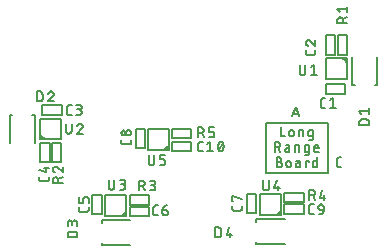
<source format=gto>
G75*
%MOIN*%
%OFA0B0*%
%FSLAX25Y25*%
%IPPOS*%
%LPD*%
%AMOC8*
5,1,8,0,0,1.08239X$1,22.5*
%
%ADD10C,0.00700*%
%ADD11C,0.00500*%
D10*
X0056208Y0090523D02*
X0056208Y0091440D01*
X0056208Y0090523D02*
X0059508Y0090523D01*
X0059508Y0091440D01*
X0059509Y0091440D02*
X0059507Y0091498D01*
X0059502Y0091555D01*
X0059493Y0091612D01*
X0059480Y0091668D01*
X0059464Y0091723D01*
X0059445Y0091778D01*
X0059422Y0091830D01*
X0059396Y0091882D01*
X0059366Y0091931D01*
X0059334Y0091979D01*
X0059299Y0092025D01*
X0059260Y0092068D01*
X0059220Y0092108D01*
X0059177Y0092147D01*
X0059131Y0092182D01*
X0059083Y0092214D01*
X0059034Y0092244D01*
X0058982Y0092270D01*
X0058930Y0092293D01*
X0058875Y0092312D01*
X0058820Y0092328D01*
X0058764Y0092341D01*
X0058707Y0092350D01*
X0058650Y0092355D01*
X0058592Y0092357D01*
X0057125Y0092357D01*
X0057067Y0092355D01*
X0057010Y0092350D01*
X0056953Y0092341D01*
X0056897Y0092328D01*
X0056842Y0092312D01*
X0056787Y0092293D01*
X0056735Y0092270D01*
X0056683Y0092244D01*
X0056634Y0092214D01*
X0056586Y0092182D01*
X0056540Y0092147D01*
X0056497Y0092108D01*
X0056457Y0092068D01*
X0056418Y0092025D01*
X0056383Y0091979D01*
X0056351Y0091931D01*
X0056321Y0091882D01*
X0056295Y0091830D01*
X0056272Y0091778D01*
X0056253Y0091723D01*
X0056237Y0091668D01*
X0056224Y0091612D01*
X0056215Y0091555D01*
X0056210Y0091498D01*
X0056208Y0091440D01*
X0056208Y0094243D02*
X0056208Y0095343D01*
X0056209Y0095343D02*
X0056211Y0095395D01*
X0056216Y0095447D01*
X0056226Y0095499D01*
X0056239Y0095550D01*
X0056255Y0095599D01*
X0056275Y0095647D01*
X0056299Y0095694D01*
X0056325Y0095739D01*
X0056355Y0095782D01*
X0056388Y0095823D01*
X0056424Y0095861D01*
X0056462Y0095897D01*
X0056503Y0095930D01*
X0056546Y0095960D01*
X0056591Y0095986D01*
X0056638Y0096010D01*
X0056686Y0096030D01*
X0056735Y0096046D01*
X0056786Y0096059D01*
X0056838Y0096069D01*
X0056890Y0096074D01*
X0056942Y0096076D01*
X0056994Y0096074D01*
X0057046Y0096069D01*
X0057098Y0096059D01*
X0057149Y0096046D01*
X0057198Y0096030D01*
X0057246Y0096010D01*
X0057293Y0095986D01*
X0057338Y0095960D01*
X0057381Y0095930D01*
X0057422Y0095897D01*
X0057460Y0095861D01*
X0057496Y0095823D01*
X0057529Y0095782D01*
X0057559Y0095739D01*
X0057585Y0095694D01*
X0057609Y0095647D01*
X0057629Y0095599D01*
X0057645Y0095550D01*
X0057658Y0095499D01*
X0057668Y0095447D01*
X0057673Y0095395D01*
X0057675Y0095343D01*
X0057675Y0094610D01*
X0057675Y0095160D02*
X0057677Y0095219D01*
X0057683Y0095277D01*
X0057692Y0095335D01*
X0057705Y0095393D01*
X0057722Y0095449D01*
X0057742Y0095504D01*
X0057766Y0095558D01*
X0057793Y0095610D01*
X0057823Y0095660D01*
X0057857Y0095708D01*
X0057894Y0095754D01*
X0057933Y0095798D01*
X0057976Y0095839D01*
X0058020Y0095877D01*
X0058067Y0095912D01*
X0058117Y0095944D01*
X0058168Y0095973D01*
X0058221Y0095999D01*
X0058275Y0096021D01*
X0058331Y0096039D01*
X0058388Y0096054D01*
X0058446Y0096065D01*
X0058504Y0096073D01*
X0058563Y0096077D01*
X0058621Y0096077D01*
X0058680Y0096073D01*
X0058738Y0096065D01*
X0058796Y0096054D01*
X0058853Y0096039D01*
X0058909Y0096021D01*
X0058963Y0095999D01*
X0059016Y0095973D01*
X0059067Y0095944D01*
X0059117Y0095912D01*
X0059164Y0095877D01*
X0059208Y0095839D01*
X0059251Y0095798D01*
X0059290Y0095754D01*
X0059327Y0095708D01*
X0059361Y0095660D01*
X0059391Y0095610D01*
X0059418Y0095558D01*
X0059442Y0095504D01*
X0059462Y0095449D01*
X0059479Y0095393D01*
X0059492Y0095335D01*
X0059501Y0095277D01*
X0059507Y0095219D01*
X0059509Y0095160D01*
X0059508Y0095160D02*
X0059508Y0094243D01*
X0060682Y0098988D02*
X0062515Y0098988D01*
X0062567Y0098990D01*
X0062619Y0098995D01*
X0062671Y0099005D01*
X0062722Y0099018D01*
X0062771Y0099034D01*
X0062820Y0099054D01*
X0062866Y0099078D01*
X0062911Y0099104D01*
X0062954Y0099134D01*
X0062995Y0099167D01*
X0063033Y0099203D01*
X0063069Y0099241D01*
X0063102Y0099282D01*
X0063132Y0099325D01*
X0063158Y0099370D01*
X0063182Y0099417D01*
X0063202Y0099465D01*
X0063218Y0099514D01*
X0063231Y0099565D01*
X0063241Y0099617D01*
X0063246Y0099669D01*
X0063248Y0099721D01*
X0063248Y0100454D01*
X0063248Y0102004D02*
X0063248Y0103104D01*
X0063246Y0103156D01*
X0063241Y0103208D01*
X0063231Y0103260D01*
X0063218Y0103311D01*
X0063202Y0103360D01*
X0063182Y0103408D01*
X0063158Y0103455D01*
X0063132Y0103500D01*
X0063102Y0103543D01*
X0063069Y0103584D01*
X0063033Y0103622D01*
X0062995Y0103658D01*
X0062954Y0103691D01*
X0062911Y0103721D01*
X0062866Y0103747D01*
X0062819Y0103771D01*
X0062771Y0103791D01*
X0062722Y0103807D01*
X0062671Y0103820D01*
X0062619Y0103830D01*
X0062567Y0103835D01*
X0062515Y0103837D01*
X0062515Y0103838D02*
X0062148Y0103838D01*
X0062148Y0103837D02*
X0062096Y0103835D01*
X0062044Y0103830D01*
X0061992Y0103820D01*
X0061941Y0103807D01*
X0061892Y0103791D01*
X0061844Y0103771D01*
X0061797Y0103747D01*
X0061752Y0103721D01*
X0061709Y0103691D01*
X0061668Y0103658D01*
X0061630Y0103622D01*
X0061594Y0103584D01*
X0061561Y0103543D01*
X0061531Y0103500D01*
X0061505Y0103455D01*
X0061481Y0103409D01*
X0061461Y0103360D01*
X0061445Y0103311D01*
X0061432Y0103260D01*
X0061422Y0103208D01*
X0061417Y0103156D01*
X0061415Y0103104D01*
X0061415Y0102004D01*
X0059948Y0102004D01*
X0059948Y0103838D01*
X0059948Y0100454D02*
X0059948Y0099721D01*
X0059949Y0099721D02*
X0059951Y0099669D01*
X0059956Y0099617D01*
X0059966Y0099565D01*
X0059979Y0099514D01*
X0059995Y0099465D01*
X0060015Y0099416D01*
X0060039Y0099370D01*
X0060065Y0099325D01*
X0060095Y0099282D01*
X0060128Y0099241D01*
X0060164Y0099203D01*
X0060202Y0099167D01*
X0060243Y0099134D01*
X0060286Y0099104D01*
X0060331Y0099078D01*
X0060378Y0099054D01*
X0060426Y0099034D01*
X0060475Y0099018D01*
X0060526Y0099005D01*
X0060578Y0098995D01*
X0060630Y0098990D01*
X0060682Y0098988D01*
X0069882Y0107252D02*
X0069882Y0109636D01*
X0071715Y0109636D02*
X0071715Y0107252D01*
X0071713Y0107193D01*
X0071707Y0107135D01*
X0071698Y0107077D01*
X0071685Y0107019D01*
X0071668Y0106963D01*
X0071648Y0106908D01*
X0071624Y0106854D01*
X0071597Y0106802D01*
X0071567Y0106752D01*
X0071533Y0106704D01*
X0071496Y0106658D01*
X0071457Y0106614D01*
X0071414Y0106573D01*
X0071370Y0106535D01*
X0071323Y0106500D01*
X0071273Y0106468D01*
X0071222Y0106439D01*
X0071169Y0106413D01*
X0071115Y0106391D01*
X0071059Y0106373D01*
X0071002Y0106358D01*
X0070944Y0106347D01*
X0070886Y0106339D01*
X0070827Y0106335D01*
X0070769Y0106335D01*
X0070710Y0106339D01*
X0070652Y0106347D01*
X0070594Y0106358D01*
X0070537Y0106373D01*
X0070481Y0106391D01*
X0070427Y0106413D01*
X0070374Y0106439D01*
X0070323Y0106468D01*
X0070273Y0106500D01*
X0070226Y0106535D01*
X0070182Y0106573D01*
X0070139Y0106614D01*
X0070100Y0106658D01*
X0070063Y0106704D01*
X0070029Y0106752D01*
X0069999Y0106802D01*
X0069972Y0106854D01*
X0069948Y0106908D01*
X0069928Y0106963D01*
X0069911Y0107019D01*
X0069898Y0107077D01*
X0069889Y0107135D01*
X0069883Y0107193D01*
X0069881Y0107252D01*
X0073602Y0106336D02*
X0074518Y0106336D01*
X0074518Y0106335D02*
X0074577Y0106337D01*
X0074635Y0106343D01*
X0074693Y0106352D01*
X0074751Y0106365D01*
X0074807Y0106382D01*
X0074862Y0106402D01*
X0074916Y0106426D01*
X0074968Y0106453D01*
X0075018Y0106483D01*
X0075066Y0106517D01*
X0075112Y0106554D01*
X0075156Y0106593D01*
X0075197Y0106636D01*
X0075235Y0106680D01*
X0075270Y0106727D01*
X0075302Y0106777D01*
X0075331Y0106828D01*
X0075357Y0106881D01*
X0075379Y0106935D01*
X0075397Y0106991D01*
X0075412Y0107048D01*
X0075423Y0107106D01*
X0075431Y0107164D01*
X0075435Y0107223D01*
X0075435Y0107281D01*
X0075431Y0107340D01*
X0075423Y0107398D01*
X0075412Y0107456D01*
X0075397Y0107513D01*
X0075379Y0107569D01*
X0075357Y0107623D01*
X0075331Y0107676D01*
X0075302Y0107727D01*
X0075270Y0107777D01*
X0075235Y0107824D01*
X0075197Y0107868D01*
X0075156Y0107911D01*
X0075112Y0107950D01*
X0075066Y0107987D01*
X0075018Y0108021D01*
X0074968Y0108051D01*
X0074916Y0108078D01*
X0074862Y0108102D01*
X0074807Y0108122D01*
X0074751Y0108139D01*
X0074693Y0108152D01*
X0074635Y0108161D01*
X0074577Y0108167D01*
X0074518Y0108169D01*
X0074702Y0108169D02*
X0073968Y0108169D01*
X0074702Y0108169D02*
X0074754Y0108171D01*
X0074806Y0108176D01*
X0074858Y0108186D01*
X0074909Y0108199D01*
X0074958Y0108215D01*
X0075006Y0108235D01*
X0075053Y0108259D01*
X0075098Y0108285D01*
X0075141Y0108315D01*
X0075182Y0108348D01*
X0075220Y0108384D01*
X0075256Y0108422D01*
X0075289Y0108463D01*
X0075319Y0108506D01*
X0075345Y0108551D01*
X0075369Y0108598D01*
X0075389Y0108646D01*
X0075405Y0108695D01*
X0075418Y0108746D01*
X0075428Y0108798D01*
X0075433Y0108850D01*
X0075435Y0108902D01*
X0075433Y0108954D01*
X0075428Y0109006D01*
X0075418Y0109058D01*
X0075405Y0109109D01*
X0075389Y0109158D01*
X0075369Y0109206D01*
X0075345Y0109253D01*
X0075319Y0109298D01*
X0075289Y0109341D01*
X0075256Y0109382D01*
X0075220Y0109420D01*
X0075182Y0109456D01*
X0075141Y0109489D01*
X0075098Y0109519D01*
X0075053Y0109545D01*
X0075006Y0109569D01*
X0074958Y0109589D01*
X0074909Y0109605D01*
X0074858Y0109618D01*
X0074806Y0109628D01*
X0074754Y0109633D01*
X0074702Y0109635D01*
X0074702Y0109636D02*
X0073602Y0109636D01*
X0080090Y0109374D02*
X0080090Y0106074D01*
X0080090Y0107541D02*
X0081007Y0107541D01*
X0081190Y0107541D02*
X0081923Y0106074D01*
X0083653Y0106074D02*
X0084570Y0106074D01*
X0084629Y0106076D01*
X0084687Y0106082D01*
X0084745Y0106091D01*
X0084803Y0106104D01*
X0084859Y0106121D01*
X0084914Y0106141D01*
X0084968Y0106165D01*
X0085020Y0106192D01*
X0085070Y0106222D01*
X0085118Y0106256D01*
X0085164Y0106293D01*
X0085208Y0106332D01*
X0085249Y0106375D01*
X0085287Y0106419D01*
X0085322Y0106466D01*
X0085354Y0106516D01*
X0085383Y0106567D01*
X0085409Y0106620D01*
X0085431Y0106674D01*
X0085449Y0106730D01*
X0085464Y0106787D01*
X0085475Y0106845D01*
X0085483Y0106903D01*
X0085487Y0106962D01*
X0085487Y0107020D01*
X0085483Y0107079D01*
X0085475Y0107137D01*
X0085464Y0107195D01*
X0085449Y0107252D01*
X0085431Y0107308D01*
X0085409Y0107362D01*
X0085383Y0107415D01*
X0085354Y0107466D01*
X0085322Y0107516D01*
X0085287Y0107563D01*
X0085249Y0107607D01*
X0085208Y0107650D01*
X0085164Y0107689D01*
X0085118Y0107726D01*
X0085070Y0107760D01*
X0085020Y0107790D01*
X0084968Y0107817D01*
X0084914Y0107841D01*
X0084859Y0107861D01*
X0084803Y0107878D01*
X0084745Y0107891D01*
X0084687Y0107900D01*
X0084629Y0107906D01*
X0084570Y0107908D01*
X0084753Y0107908D02*
X0084020Y0107908D01*
X0084753Y0107908D02*
X0084805Y0107910D01*
X0084857Y0107915D01*
X0084909Y0107925D01*
X0084960Y0107938D01*
X0085009Y0107954D01*
X0085057Y0107974D01*
X0085104Y0107998D01*
X0085149Y0108024D01*
X0085192Y0108054D01*
X0085233Y0108087D01*
X0085271Y0108123D01*
X0085307Y0108161D01*
X0085340Y0108202D01*
X0085370Y0108245D01*
X0085396Y0108290D01*
X0085420Y0108337D01*
X0085440Y0108385D01*
X0085456Y0108434D01*
X0085469Y0108485D01*
X0085479Y0108537D01*
X0085484Y0108589D01*
X0085486Y0108641D01*
X0085484Y0108693D01*
X0085479Y0108745D01*
X0085469Y0108797D01*
X0085456Y0108848D01*
X0085440Y0108897D01*
X0085420Y0108945D01*
X0085396Y0108992D01*
X0085370Y0109037D01*
X0085340Y0109080D01*
X0085307Y0109121D01*
X0085271Y0109159D01*
X0085233Y0109195D01*
X0085192Y0109228D01*
X0085149Y0109258D01*
X0085104Y0109284D01*
X0085057Y0109308D01*
X0085009Y0109328D01*
X0084960Y0109344D01*
X0084909Y0109357D01*
X0084857Y0109367D01*
X0084805Y0109372D01*
X0084753Y0109374D01*
X0083653Y0109374D01*
X0081007Y0109374D02*
X0080090Y0109374D01*
X0081007Y0109375D02*
X0081066Y0109373D01*
X0081124Y0109367D01*
X0081182Y0109358D01*
X0081240Y0109345D01*
X0081296Y0109328D01*
X0081351Y0109308D01*
X0081405Y0109284D01*
X0081457Y0109257D01*
X0081507Y0109227D01*
X0081555Y0109193D01*
X0081601Y0109156D01*
X0081645Y0109117D01*
X0081686Y0109074D01*
X0081724Y0109030D01*
X0081759Y0108983D01*
X0081791Y0108933D01*
X0081820Y0108882D01*
X0081846Y0108829D01*
X0081868Y0108775D01*
X0081886Y0108719D01*
X0081901Y0108662D01*
X0081912Y0108604D01*
X0081920Y0108546D01*
X0081924Y0108487D01*
X0081924Y0108429D01*
X0081920Y0108370D01*
X0081912Y0108312D01*
X0081901Y0108254D01*
X0081886Y0108197D01*
X0081868Y0108141D01*
X0081846Y0108087D01*
X0081820Y0108034D01*
X0081791Y0107983D01*
X0081759Y0107933D01*
X0081724Y0107886D01*
X0081686Y0107842D01*
X0081645Y0107799D01*
X0081601Y0107760D01*
X0081555Y0107723D01*
X0081507Y0107689D01*
X0081457Y0107659D01*
X0081405Y0107632D01*
X0081351Y0107608D01*
X0081296Y0107588D01*
X0081240Y0107571D01*
X0081182Y0107558D01*
X0081124Y0107549D01*
X0081066Y0107543D01*
X0081007Y0107541D01*
X0085548Y0101107D02*
X0086281Y0101107D01*
X0085548Y0101106D02*
X0085496Y0101104D01*
X0085444Y0101099D01*
X0085392Y0101089D01*
X0085341Y0101076D01*
X0085292Y0101060D01*
X0085243Y0101040D01*
X0085197Y0101016D01*
X0085152Y0100990D01*
X0085109Y0100960D01*
X0085068Y0100927D01*
X0085030Y0100891D01*
X0084994Y0100853D01*
X0084961Y0100812D01*
X0084931Y0100769D01*
X0084905Y0100724D01*
X0084881Y0100677D01*
X0084861Y0100629D01*
X0084845Y0100580D01*
X0084832Y0100529D01*
X0084822Y0100477D01*
X0084817Y0100425D01*
X0084815Y0100373D01*
X0084815Y0098540D01*
X0084817Y0098488D01*
X0084822Y0098436D01*
X0084832Y0098384D01*
X0084845Y0098333D01*
X0084861Y0098284D01*
X0084881Y0098236D01*
X0084905Y0098189D01*
X0084931Y0098144D01*
X0084961Y0098101D01*
X0084994Y0098060D01*
X0085030Y0098022D01*
X0085068Y0097986D01*
X0085109Y0097953D01*
X0085152Y0097923D01*
X0085197Y0097897D01*
X0085244Y0097873D01*
X0085292Y0097853D01*
X0085341Y0097837D01*
X0085392Y0097824D01*
X0085444Y0097814D01*
X0085496Y0097809D01*
X0085548Y0097807D01*
X0086281Y0097807D01*
X0087831Y0098723D02*
X0087831Y0099640D01*
X0088931Y0099640D01*
X0087831Y0099640D02*
X0087833Y0099714D01*
X0087839Y0099788D01*
X0087848Y0099862D01*
X0087861Y0099935D01*
X0087878Y0100008D01*
X0087898Y0100079D01*
X0087922Y0100149D01*
X0087950Y0100219D01*
X0087981Y0100286D01*
X0088015Y0100352D01*
X0088053Y0100416D01*
X0088094Y0100478D01*
X0088138Y0100538D01*
X0088185Y0100596D01*
X0088235Y0100651D01*
X0088287Y0100703D01*
X0088342Y0100753D01*
X0088400Y0100800D01*
X0088460Y0100844D01*
X0088522Y0100885D01*
X0088586Y0100923D01*
X0088652Y0100957D01*
X0088719Y0100988D01*
X0088788Y0101016D01*
X0088859Y0101040D01*
X0088930Y0101060D01*
X0089003Y0101077D01*
X0089076Y0101090D01*
X0089150Y0101099D01*
X0089224Y0101105D01*
X0089298Y0101107D01*
X0089665Y0098907D02*
X0089665Y0098723D01*
X0089664Y0098907D02*
X0089662Y0098959D01*
X0089657Y0099011D01*
X0089647Y0099063D01*
X0089634Y0099114D01*
X0089618Y0099163D01*
X0089598Y0099211D01*
X0089574Y0099258D01*
X0089548Y0099303D01*
X0089518Y0099346D01*
X0089485Y0099387D01*
X0089449Y0099425D01*
X0089411Y0099461D01*
X0089370Y0099494D01*
X0089327Y0099524D01*
X0089282Y0099550D01*
X0089235Y0099574D01*
X0089187Y0099594D01*
X0089138Y0099610D01*
X0089087Y0099623D01*
X0089035Y0099633D01*
X0088983Y0099638D01*
X0088931Y0099640D01*
X0089665Y0098723D02*
X0089663Y0098664D01*
X0089657Y0098606D01*
X0089648Y0098548D01*
X0089635Y0098490D01*
X0089618Y0098434D01*
X0089598Y0098379D01*
X0089574Y0098325D01*
X0089547Y0098273D01*
X0089517Y0098223D01*
X0089483Y0098175D01*
X0089446Y0098129D01*
X0089407Y0098085D01*
X0089364Y0098044D01*
X0089320Y0098006D01*
X0089273Y0097971D01*
X0089223Y0097939D01*
X0089172Y0097910D01*
X0089119Y0097884D01*
X0089065Y0097862D01*
X0089009Y0097844D01*
X0088952Y0097829D01*
X0088894Y0097818D01*
X0088836Y0097810D01*
X0088777Y0097806D01*
X0088719Y0097806D01*
X0088660Y0097810D01*
X0088602Y0097818D01*
X0088544Y0097829D01*
X0088487Y0097844D01*
X0088431Y0097862D01*
X0088377Y0097884D01*
X0088324Y0097910D01*
X0088273Y0097939D01*
X0088223Y0097971D01*
X0088176Y0098006D01*
X0088132Y0098044D01*
X0088089Y0098085D01*
X0088050Y0098129D01*
X0088013Y0098175D01*
X0087979Y0098223D01*
X0087949Y0098273D01*
X0087922Y0098325D01*
X0087898Y0098379D01*
X0087878Y0098434D01*
X0087861Y0098490D01*
X0087848Y0098548D01*
X0087839Y0098606D01*
X0087833Y0098664D01*
X0087831Y0098723D01*
X0088088Y0114604D02*
X0086988Y0114604D01*
X0088088Y0114604D02*
X0088140Y0114606D01*
X0088192Y0114611D01*
X0088244Y0114621D01*
X0088295Y0114634D01*
X0088344Y0114650D01*
X0088393Y0114670D01*
X0088439Y0114694D01*
X0088484Y0114720D01*
X0088527Y0114750D01*
X0088568Y0114783D01*
X0088606Y0114819D01*
X0088642Y0114857D01*
X0088675Y0114898D01*
X0088705Y0114941D01*
X0088731Y0114986D01*
X0088755Y0115033D01*
X0088775Y0115081D01*
X0088791Y0115130D01*
X0088804Y0115181D01*
X0088814Y0115233D01*
X0088819Y0115285D01*
X0088821Y0115337D01*
X0088821Y0115704D01*
X0088819Y0115756D01*
X0088814Y0115808D01*
X0088804Y0115860D01*
X0088791Y0115911D01*
X0088775Y0115960D01*
X0088755Y0116008D01*
X0088731Y0116055D01*
X0088705Y0116100D01*
X0088675Y0116143D01*
X0088642Y0116184D01*
X0088606Y0116222D01*
X0088568Y0116258D01*
X0088527Y0116291D01*
X0088484Y0116321D01*
X0088439Y0116347D01*
X0088392Y0116371D01*
X0088344Y0116391D01*
X0088295Y0116407D01*
X0088244Y0116420D01*
X0088192Y0116430D01*
X0088140Y0116435D01*
X0088088Y0116437D01*
X0086988Y0116437D01*
X0086988Y0117904D01*
X0088821Y0117904D01*
X0085101Y0117904D02*
X0085101Y0115520D01*
X0085099Y0115461D01*
X0085093Y0115403D01*
X0085084Y0115345D01*
X0085071Y0115287D01*
X0085054Y0115231D01*
X0085034Y0115176D01*
X0085010Y0115122D01*
X0084983Y0115070D01*
X0084953Y0115020D01*
X0084919Y0114972D01*
X0084882Y0114926D01*
X0084843Y0114882D01*
X0084800Y0114841D01*
X0084756Y0114803D01*
X0084709Y0114768D01*
X0084659Y0114736D01*
X0084608Y0114707D01*
X0084555Y0114681D01*
X0084501Y0114659D01*
X0084445Y0114641D01*
X0084388Y0114626D01*
X0084330Y0114615D01*
X0084272Y0114607D01*
X0084213Y0114603D01*
X0084155Y0114603D01*
X0084096Y0114607D01*
X0084038Y0114615D01*
X0083980Y0114626D01*
X0083923Y0114641D01*
X0083867Y0114659D01*
X0083813Y0114681D01*
X0083760Y0114707D01*
X0083709Y0114736D01*
X0083659Y0114768D01*
X0083612Y0114803D01*
X0083568Y0114841D01*
X0083525Y0114882D01*
X0083486Y0114926D01*
X0083449Y0114972D01*
X0083415Y0115020D01*
X0083385Y0115070D01*
X0083358Y0115122D01*
X0083334Y0115176D01*
X0083314Y0115231D01*
X0083297Y0115287D01*
X0083284Y0115345D01*
X0083275Y0115403D01*
X0083269Y0115461D01*
X0083267Y0115520D01*
X0083268Y0115520D02*
X0083268Y0117904D01*
X0077422Y0122162D02*
X0077422Y0122895D01*
X0077421Y0122162D02*
X0077419Y0122110D01*
X0077414Y0122058D01*
X0077404Y0122006D01*
X0077391Y0121955D01*
X0077375Y0121906D01*
X0077355Y0121858D01*
X0077331Y0121811D01*
X0077305Y0121766D01*
X0077275Y0121723D01*
X0077242Y0121682D01*
X0077206Y0121644D01*
X0077168Y0121608D01*
X0077127Y0121575D01*
X0077084Y0121545D01*
X0077039Y0121519D01*
X0076993Y0121495D01*
X0076944Y0121475D01*
X0076895Y0121459D01*
X0076844Y0121446D01*
X0076792Y0121436D01*
X0076740Y0121431D01*
X0076688Y0121429D01*
X0074855Y0121429D01*
X0074803Y0121431D01*
X0074751Y0121436D01*
X0074699Y0121446D01*
X0074648Y0121459D01*
X0074599Y0121475D01*
X0074551Y0121495D01*
X0074504Y0121519D01*
X0074459Y0121545D01*
X0074416Y0121575D01*
X0074375Y0121608D01*
X0074337Y0121644D01*
X0074301Y0121682D01*
X0074268Y0121723D01*
X0074238Y0121766D01*
X0074212Y0121811D01*
X0074188Y0121857D01*
X0074168Y0121906D01*
X0074152Y0121955D01*
X0074139Y0122006D01*
X0074129Y0122058D01*
X0074124Y0122110D01*
X0074122Y0122162D01*
X0074122Y0122895D01*
X0074855Y0124629D02*
X0074907Y0124631D01*
X0074959Y0124636D01*
X0075011Y0124646D01*
X0075062Y0124659D01*
X0075111Y0124675D01*
X0075159Y0124695D01*
X0075206Y0124719D01*
X0075251Y0124745D01*
X0075294Y0124775D01*
X0075335Y0124808D01*
X0075373Y0124844D01*
X0075409Y0124882D01*
X0075442Y0124923D01*
X0075472Y0124966D01*
X0075498Y0125011D01*
X0075522Y0125058D01*
X0075542Y0125106D01*
X0075558Y0125155D01*
X0075571Y0125206D01*
X0075581Y0125258D01*
X0075586Y0125310D01*
X0075588Y0125362D01*
X0075586Y0125414D01*
X0075581Y0125466D01*
X0075571Y0125518D01*
X0075558Y0125569D01*
X0075542Y0125618D01*
X0075522Y0125666D01*
X0075498Y0125713D01*
X0075472Y0125758D01*
X0075442Y0125801D01*
X0075409Y0125842D01*
X0075373Y0125880D01*
X0075335Y0125916D01*
X0075294Y0125949D01*
X0075251Y0125979D01*
X0075206Y0126005D01*
X0075159Y0126029D01*
X0075111Y0126049D01*
X0075062Y0126065D01*
X0075011Y0126078D01*
X0074959Y0126088D01*
X0074907Y0126093D01*
X0074855Y0126095D01*
X0074803Y0126093D01*
X0074751Y0126088D01*
X0074699Y0126078D01*
X0074648Y0126065D01*
X0074599Y0126049D01*
X0074551Y0126029D01*
X0074504Y0126005D01*
X0074459Y0125979D01*
X0074416Y0125949D01*
X0074375Y0125916D01*
X0074337Y0125880D01*
X0074301Y0125842D01*
X0074268Y0125801D01*
X0074238Y0125758D01*
X0074212Y0125713D01*
X0074188Y0125666D01*
X0074168Y0125618D01*
X0074152Y0125569D01*
X0074139Y0125518D01*
X0074129Y0125466D01*
X0074124Y0125414D01*
X0074122Y0125362D01*
X0074124Y0125310D01*
X0074129Y0125258D01*
X0074139Y0125206D01*
X0074152Y0125155D01*
X0074168Y0125106D01*
X0074188Y0125058D01*
X0074212Y0125011D01*
X0074238Y0124966D01*
X0074268Y0124923D01*
X0074301Y0124882D01*
X0074337Y0124844D01*
X0074375Y0124808D01*
X0074416Y0124775D01*
X0074459Y0124745D01*
X0074504Y0124719D01*
X0074551Y0124695D01*
X0074599Y0124675D01*
X0074648Y0124659D01*
X0074699Y0124646D01*
X0074751Y0124636D01*
X0074803Y0124631D01*
X0074855Y0124629D01*
X0076505Y0124445D02*
X0076564Y0124447D01*
X0076622Y0124453D01*
X0076680Y0124462D01*
X0076738Y0124475D01*
X0076794Y0124492D01*
X0076849Y0124512D01*
X0076903Y0124536D01*
X0076955Y0124563D01*
X0077005Y0124593D01*
X0077053Y0124627D01*
X0077099Y0124664D01*
X0077143Y0124703D01*
X0077184Y0124746D01*
X0077222Y0124790D01*
X0077257Y0124837D01*
X0077289Y0124887D01*
X0077318Y0124938D01*
X0077344Y0124991D01*
X0077366Y0125045D01*
X0077384Y0125101D01*
X0077399Y0125158D01*
X0077410Y0125216D01*
X0077418Y0125274D01*
X0077422Y0125333D01*
X0077422Y0125391D01*
X0077418Y0125450D01*
X0077410Y0125508D01*
X0077399Y0125566D01*
X0077384Y0125623D01*
X0077366Y0125679D01*
X0077344Y0125733D01*
X0077318Y0125786D01*
X0077289Y0125837D01*
X0077257Y0125887D01*
X0077222Y0125934D01*
X0077184Y0125978D01*
X0077143Y0126021D01*
X0077099Y0126060D01*
X0077053Y0126097D01*
X0077005Y0126131D01*
X0076955Y0126161D01*
X0076903Y0126188D01*
X0076849Y0126212D01*
X0076794Y0126232D01*
X0076738Y0126249D01*
X0076680Y0126262D01*
X0076622Y0126271D01*
X0076564Y0126277D01*
X0076505Y0126279D01*
X0076446Y0126277D01*
X0076388Y0126271D01*
X0076330Y0126262D01*
X0076272Y0126249D01*
X0076216Y0126232D01*
X0076161Y0126212D01*
X0076107Y0126188D01*
X0076055Y0126161D01*
X0076005Y0126131D01*
X0075957Y0126097D01*
X0075911Y0126060D01*
X0075867Y0126021D01*
X0075826Y0125978D01*
X0075788Y0125934D01*
X0075753Y0125887D01*
X0075721Y0125837D01*
X0075692Y0125786D01*
X0075666Y0125733D01*
X0075644Y0125679D01*
X0075626Y0125623D01*
X0075611Y0125566D01*
X0075600Y0125508D01*
X0075592Y0125450D01*
X0075588Y0125391D01*
X0075588Y0125333D01*
X0075592Y0125274D01*
X0075600Y0125216D01*
X0075611Y0125158D01*
X0075626Y0125101D01*
X0075644Y0125045D01*
X0075666Y0124991D01*
X0075692Y0124938D01*
X0075721Y0124887D01*
X0075753Y0124837D01*
X0075788Y0124790D01*
X0075826Y0124746D01*
X0075867Y0124703D01*
X0075911Y0124664D01*
X0075957Y0124627D01*
X0076005Y0124593D01*
X0076055Y0124563D01*
X0076107Y0124536D01*
X0076161Y0124512D01*
X0076216Y0124492D01*
X0076272Y0124475D01*
X0076330Y0124462D01*
X0076388Y0124453D01*
X0076446Y0124447D01*
X0076505Y0124445D01*
X0061252Y0125041D02*
X0059419Y0125041D01*
X0060977Y0126875D01*
X0060427Y0128341D02*
X0060364Y0128339D01*
X0060300Y0128333D01*
X0060238Y0128324D01*
X0060176Y0128311D01*
X0060114Y0128294D01*
X0060054Y0128273D01*
X0059996Y0128249D01*
X0059938Y0128222D01*
X0059883Y0128191D01*
X0059829Y0128157D01*
X0059778Y0128119D01*
X0059729Y0128079D01*
X0059683Y0128036D01*
X0059639Y0127990D01*
X0059598Y0127941D01*
X0059560Y0127891D01*
X0059525Y0127838D01*
X0059493Y0127783D01*
X0059465Y0127726D01*
X0059440Y0127667D01*
X0059419Y0127608D01*
X0060977Y0126874D02*
X0061016Y0126914D01*
X0061052Y0126955D01*
X0061086Y0126999D01*
X0061116Y0127045D01*
X0061144Y0127093D01*
X0061169Y0127142D01*
X0061191Y0127193D01*
X0061209Y0127244D01*
X0061225Y0127298D01*
X0061237Y0127351D01*
X0061245Y0127406D01*
X0061250Y0127461D01*
X0061252Y0127516D01*
X0061250Y0127572D01*
X0061244Y0127628D01*
X0061235Y0127684D01*
X0061221Y0127739D01*
X0061204Y0127792D01*
X0061184Y0127845D01*
X0061160Y0127896D01*
X0061132Y0127945D01*
X0061101Y0127992D01*
X0061067Y0128037D01*
X0061030Y0128079D01*
X0060990Y0128119D01*
X0060948Y0128156D01*
X0060903Y0128190D01*
X0060856Y0128221D01*
X0060807Y0128249D01*
X0060756Y0128273D01*
X0060703Y0128293D01*
X0060650Y0128310D01*
X0060595Y0128324D01*
X0060539Y0128333D01*
X0060483Y0128339D01*
X0060427Y0128341D01*
X0057532Y0128341D02*
X0057532Y0125958D01*
X0057530Y0125899D01*
X0057524Y0125841D01*
X0057515Y0125783D01*
X0057502Y0125725D01*
X0057485Y0125669D01*
X0057465Y0125614D01*
X0057441Y0125560D01*
X0057414Y0125508D01*
X0057384Y0125458D01*
X0057350Y0125410D01*
X0057313Y0125364D01*
X0057274Y0125320D01*
X0057231Y0125279D01*
X0057187Y0125241D01*
X0057140Y0125206D01*
X0057090Y0125174D01*
X0057039Y0125145D01*
X0056986Y0125119D01*
X0056932Y0125097D01*
X0056876Y0125079D01*
X0056819Y0125064D01*
X0056761Y0125053D01*
X0056703Y0125045D01*
X0056644Y0125041D01*
X0056586Y0125041D01*
X0056527Y0125045D01*
X0056469Y0125053D01*
X0056411Y0125064D01*
X0056354Y0125079D01*
X0056298Y0125097D01*
X0056244Y0125119D01*
X0056191Y0125145D01*
X0056140Y0125174D01*
X0056090Y0125206D01*
X0056043Y0125241D01*
X0055999Y0125279D01*
X0055956Y0125320D01*
X0055917Y0125364D01*
X0055880Y0125410D01*
X0055846Y0125458D01*
X0055816Y0125508D01*
X0055789Y0125560D01*
X0055765Y0125614D01*
X0055745Y0125669D01*
X0055728Y0125725D01*
X0055715Y0125783D01*
X0055706Y0125841D01*
X0055700Y0125899D01*
X0055698Y0125958D01*
X0055699Y0125958D02*
X0055699Y0128341D01*
X0056808Y0131271D02*
X0057541Y0131271D01*
X0056808Y0131272D02*
X0056756Y0131274D01*
X0056704Y0131279D01*
X0056652Y0131289D01*
X0056601Y0131302D01*
X0056552Y0131318D01*
X0056504Y0131338D01*
X0056457Y0131362D01*
X0056412Y0131388D01*
X0056369Y0131418D01*
X0056328Y0131451D01*
X0056290Y0131487D01*
X0056254Y0131525D01*
X0056221Y0131566D01*
X0056191Y0131609D01*
X0056165Y0131654D01*
X0056141Y0131701D01*
X0056121Y0131749D01*
X0056105Y0131798D01*
X0056092Y0131849D01*
X0056082Y0131901D01*
X0056077Y0131953D01*
X0056075Y0132005D01*
X0056074Y0132005D02*
X0056074Y0133838D01*
X0056075Y0133838D02*
X0056077Y0133890D01*
X0056082Y0133942D01*
X0056092Y0133994D01*
X0056105Y0134045D01*
X0056121Y0134094D01*
X0056141Y0134142D01*
X0056165Y0134189D01*
X0056191Y0134234D01*
X0056221Y0134277D01*
X0056254Y0134318D01*
X0056290Y0134356D01*
X0056328Y0134392D01*
X0056369Y0134425D01*
X0056412Y0134455D01*
X0056457Y0134481D01*
X0056503Y0134505D01*
X0056552Y0134525D01*
X0056601Y0134541D01*
X0056652Y0134554D01*
X0056704Y0134564D01*
X0056756Y0134569D01*
X0056808Y0134571D01*
X0057541Y0134571D01*
X0059091Y0134571D02*
X0060191Y0134571D01*
X0060243Y0134569D01*
X0060295Y0134564D01*
X0060347Y0134554D01*
X0060398Y0134541D01*
X0060447Y0134525D01*
X0060495Y0134505D01*
X0060542Y0134481D01*
X0060587Y0134455D01*
X0060630Y0134425D01*
X0060671Y0134392D01*
X0060709Y0134356D01*
X0060745Y0134318D01*
X0060778Y0134277D01*
X0060808Y0134234D01*
X0060834Y0134189D01*
X0060858Y0134142D01*
X0060878Y0134094D01*
X0060894Y0134045D01*
X0060907Y0133994D01*
X0060917Y0133942D01*
X0060922Y0133890D01*
X0060924Y0133838D01*
X0060922Y0133786D01*
X0060917Y0133734D01*
X0060907Y0133682D01*
X0060894Y0133631D01*
X0060878Y0133582D01*
X0060858Y0133534D01*
X0060834Y0133487D01*
X0060808Y0133442D01*
X0060778Y0133399D01*
X0060745Y0133358D01*
X0060709Y0133320D01*
X0060671Y0133284D01*
X0060630Y0133251D01*
X0060587Y0133221D01*
X0060542Y0133195D01*
X0060495Y0133171D01*
X0060447Y0133151D01*
X0060398Y0133135D01*
X0060347Y0133122D01*
X0060295Y0133112D01*
X0060243Y0133107D01*
X0060191Y0133105D01*
X0059458Y0133105D01*
X0060008Y0133105D02*
X0060067Y0133103D01*
X0060125Y0133097D01*
X0060183Y0133088D01*
X0060241Y0133075D01*
X0060297Y0133058D01*
X0060352Y0133038D01*
X0060406Y0133014D01*
X0060458Y0132987D01*
X0060508Y0132957D01*
X0060556Y0132923D01*
X0060602Y0132886D01*
X0060646Y0132847D01*
X0060687Y0132804D01*
X0060725Y0132760D01*
X0060760Y0132713D01*
X0060792Y0132663D01*
X0060821Y0132612D01*
X0060847Y0132559D01*
X0060869Y0132505D01*
X0060887Y0132449D01*
X0060902Y0132392D01*
X0060913Y0132334D01*
X0060921Y0132276D01*
X0060925Y0132217D01*
X0060925Y0132159D01*
X0060921Y0132100D01*
X0060913Y0132042D01*
X0060902Y0131984D01*
X0060887Y0131927D01*
X0060869Y0131871D01*
X0060847Y0131817D01*
X0060821Y0131764D01*
X0060792Y0131713D01*
X0060760Y0131663D01*
X0060725Y0131616D01*
X0060687Y0131572D01*
X0060646Y0131529D01*
X0060602Y0131490D01*
X0060556Y0131453D01*
X0060508Y0131419D01*
X0060458Y0131389D01*
X0060406Y0131362D01*
X0060352Y0131338D01*
X0060297Y0131318D01*
X0060241Y0131301D01*
X0060183Y0131288D01*
X0060125Y0131279D01*
X0060067Y0131273D01*
X0060008Y0131271D01*
X0059091Y0131271D01*
X0051588Y0135799D02*
X0049755Y0135799D01*
X0051313Y0137632D01*
X0050763Y0139099D02*
X0050700Y0139097D01*
X0050636Y0139091D01*
X0050574Y0139082D01*
X0050512Y0139069D01*
X0050450Y0139052D01*
X0050390Y0139031D01*
X0050332Y0139007D01*
X0050274Y0138980D01*
X0050219Y0138949D01*
X0050165Y0138915D01*
X0050114Y0138877D01*
X0050065Y0138837D01*
X0050019Y0138794D01*
X0049975Y0138748D01*
X0049934Y0138699D01*
X0049896Y0138649D01*
X0049861Y0138596D01*
X0049829Y0138541D01*
X0049801Y0138484D01*
X0049776Y0138425D01*
X0049755Y0138366D01*
X0051313Y0137632D02*
X0051352Y0137672D01*
X0051388Y0137713D01*
X0051422Y0137757D01*
X0051452Y0137803D01*
X0051480Y0137851D01*
X0051505Y0137900D01*
X0051527Y0137951D01*
X0051545Y0138002D01*
X0051561Y0138056D01*
X0051573Y0138109D01*
X0051581Y0138164D01*
X0051586Y0138219D01*
X0051588Y0138274D01*
X0051586Y0138330D01*
X0051580Y0138386D01*
X0051571Y0138442D01*
X0051557Y0138497D01*
X0051540Y0138550D01*
X0051520Y0138603D01*
X0051496Y0138654D01*
X0051468Y0138703D01*
X0051437Y0138750D01*
X0051403Y0138795D01*
X0051366Y0138837D01*
X0051326Y0138877D01*
X0051284Y0138914D01*
X0051239Y0138948D01*
X0051192Y0138979D01*
X0051143Y0139007D01*
X0051092Y0139031D01*
X0051039Y0139051D01*
X0050986Y0139068D01*
X0050931Y0139082D01*
X0050875Y0139091D01*
X0050819Y0139097D01*
X0050763Y0139099D01*
X0047868Y0138182D02*
X0047868Y0136715D01*
X0047869Y0136715D02*
X0047867Y0136657D01*
X0047862Y0136600D01*
X0047853Y0136543D01*
X0047840Y0136487D01*
X0047824Y0136432D01*
X0047805Y0136377D01*
X0047782Y0136325D01*
X0047756Y0136273D01*
X0047726Y0136224D01*
X0047694Y0136176D01*
X0047659Y0136130D01*
X0047620Y0136087D01*
X0047580Y0136047D01*
X0047537Y0136008D01*
X0047491Y0135973D01*
X0047443Y0135941D01*
X0047394Y0135911D01*
X0047342Y0135885D01*
X0047290Y0135862D01*
X0047235Y0135843D01*
X0047180Y0135827D01*
X0047124Y0135814D01*
X0047067Y0135805D01*
X0047010Y0135800D01*
X0046952Y0135798D01*
X0046952Y0135799D02*
X0046035Y0135799D01*
X0046035Y0139099D01*
X0046952Y0139099D01*
X0047010Y0139097D01*
X0047067Y0139092D01*
X0047124Y0139083D01*
X0047180Y0139070D01*
X0047235Y0139054D01*
X0047290Y0139035D01*
X0047342Y0139012D01*
X0047394Y0138986D01*
X0047443Y0138956D01*
X0047491Y0138924D01*
X0047537Y0138889D01*
X0047580Y0138850D01*
X0047620Y0138810D01*
X0047659Y0138767D01*
X0047694Y0138721D01*
X0047726Y0138673D01*
X0047756Y0138624D01*
X0047782Y0138572D01*
X0047805Y0138520D01*
X0047824Y0138465D01*
X0047840Y0138410D01*
X0047853Y0138354D01*
X0047862Y0138297D01*
X0047867Y0138240D01*
X0047869Y0138182D01*
X0049192Y0114036D02*
X0049192Y0112202D01*
X0046626Y0112936D01*
X0048459Y0113486D02*
X0049926Y0113486D01*
X0051350Y0113211D02*
X0051352Y0113267D01*
X0051358Y0113323D01*
X0051367Y0113379D01*
X0051381Y0113434D01*
X0051398Y0113487D01*
X0051418Y0113540D01*
X0051442Y0113591D01*
X0051470Y0113640D01*
X0051501Y0113687D01*
X0051535Y0113732D01*
X0051572Y0113774D01*
X0051612Y0113814D01*
X0051654Y0113851D01*
X0051699Y0113885D01*
X0051746Y0113916D01*
X0051795Y0113944D01*
X0051846Y0113968D01*
X0051899Y0113988D01*
X0051952Y0114005D01*
X0052007Y0114019D01*
X0052063Y0114028D01*
X0052119Y0114034D01*
X0052175Y0114036D01*
X0052817Y0113761D02*
X0054650Y0112202D01*
X0054650Y0114036D01*
X0052083Y0112203D02*
X0052024Y0112224D01*
X0051965Y0112249D01*
X0051908Y0112277D01*
X0051853Y0112309D01*
X0051800Y0112344D01*
X0051750Y0112382D01*
X0051701Y0112423D01*
X0051655Y0112467D01*
X0051612Y0112513D01*
X0051572Y0112562D01*
X0051534Y0112613D01*
X0051500Y0112667D01*
X0051469Y0112722D01*
X0051442Y0112780D01*
X0051418Y0112838D01*
X0051397Y0112898D01*
X0051380Y0112960D01*
X0051367Y0113022D01*
X0051358Y0113084D01*
X0051352Y0113148D01*
X0051350Y0113211D01*
X0052175Y0114036D02*
X0052230Y0114034D01*
X0052285Y0114029D01*
X0052340Y0114021D01*
X0052393Y0114009D01*
X0052447Y0113993D01*
X0052498Y0113975D01*
X0052549Y0113953D01*
X0052598Y0113928D01*
X0052646Y0113900D01*
X0052692Y0113870D01*
X0052736Y0113836D01*
X0052777Y0113800D01*
X0052817Y0113761D01*
X0054650Y0110473D02*
X0053183Y0109739D01*
X0053183Y0109556D02*
X0053183Y0108639D01*
X0053184Y0109556D02*
X0053182Y0109615D01*
X0053176Y0109673D01*
X0053167Y0109731D01*
X0053154Y0109789D01*
X0053137Y0109845D01*
X0053117Y0109900D01*
X0053093Y0109954D01*
X0053066Y0110006D01*
X0053036Y0110056D01*
X0053002Y0110104D01*
X0052965Y0110150D01*
X0052926Y0110194D01*
X0052883Y0110235D01*
X0052839Y0110273D01*
X0052792Y0110308D01*
X0052742Y0110340D01*
X0052691Y0110369D01*
X0052638Y0110395D01*
X0052584Y0110417D01*
X0052528Y0110435D01*
X0052471Y0110450D01*
X0052413Y0110461D01*
X0052355Y0110469D01*
X0052296Y0110473D01*
X0052238Y0110473D01*
X0052179Y0110469D01*
X0052121Y0110461D01*
X0052063Y0110450D01*
X0052006Y0110435D01*
X0051950Y0110417D01*
X0051896Y0110395D01*
X0051843Y0110369D01*
X0051792Y0110340D01*
X0051742Y0110308D01*
X0051695Y0110273D01*
X0051651Y0110235D01*
X0051608Y0110194D01*
X0051569Y0110150D01*
X0051532Y0110104D01*
X0051498Y0110056D01*
X0051468Y0110006D01*
X0051441Y0109954D01*
X0051417Y0109900D01*
X0051397Y0109845D01*
X0051380Y0109789D01*
X0051367Y0109731D01*
X0051358Y0109673D01*
X0051352Y0109615D01*
X0051350Y0109556D01*
X0051350Y0108639D01*
X0054650Y0108639D01*
X0049926Y0109919D02*
X0049926Y0110653D01*
X0049925Y0109919D02*
X0049923Y0109867D01*
X0049918Y0109815D01*
X0049908Y0109763D01*
X0049895Y0109712D01*
X0049879Y0109663D01*
X0049859Y0109615D01*
X0049835Y0109568D01*
X0049809Y0109523D01*
X0049779Y0109480D01*
X0049746Y0109439D01*
X0049710Y0109401D01*
X0049672Y0109365D01*
X0049631Y0109332D01*
X0049588Y0109302D01*
X0049543Y0109276D01*
X0049497Y0109252D01*
X0049448Y0109232D01*
X0049399Y0109216D01*
X0049348Y0109203D01*
X0049296Y0109193D01*
X0049244Y0109188D01*
X0049192Y0109186D01*
X0047359Y0109186D01*
X0047307Y0109188D01*
X0047255Y0109193D01*
X0047203Y0109203D01*
X0047152Y0109216D01*
X0047103Y0109232D01*
X0047055Y0109252D01*
X0047008Y0109276D01*
X0046963Y0109302D01*
X0046920Y0109332D01*
X0046879Y0109365D01*
X0046841Y0109401D01*
X0046805Y0109439D01*
X0046772Y0109480D01*
X0046742Y0109523D01*
X0046716Y0109568D01*
X0046692Y0109614D01*
X0046672Y0109663D01*
X0046656Y0109712D01*
X0046643Y0109763D01*
X0046633Y0109815D01*
X0046628Y0109867D01*
X0046626Y0109919D01*
X0046626Y0110653D01*
X0099775Y0119800D02*
X0099775Y0121633D01*
X0099776Y0121633D02*
X0099778Y0121685D01*
X0099783Y0121737D01*
X0099793Y0121789D01*
X0099806Y0121840D01*
X0099822Y0121889D01*
X0099842Y0121937D01*
X0099866Y0121984D01*
X0099892Y0122029D01*
X0099922Y0122072D01*
X0099955Y0122113D01*
X0099991Y0122151D01*
X0100029Y0122187D01*
X0100070Y0122220D01*
X0100113Y0122250D01*
X0100158Y0122276D01*
X0100204Y0122300D01*
X0100253Y0122320D01*
X0100302Y0122336D01*
X0100353Y0122349D01*
X0100405Y0122359D01*
X0100457Y0122364D01*
X0100509Y0122366D01*
X0100509Y0122367D02*
X0101242Y0122367D01*
X0101609Y0123791D02*
X0100875Y0125258D01*
X0100692Y0125258D02*
X0099775Y0125258D01*
X0100692Y0125257D02*
X0100751Y0125259D01*
X0100809Y0125265D01*
X0100867Y0125274D01*
X0100925Y0125287D01*
X0100981Y0125304D01*
X0101036Y0125324D01*
X0101090Y0125348D01*
X0101142Y0125375D01*
X0101192Y0125405D01*
X0101240Y0125439D01*
X0101286Y0125476D01*
X0101330Y0125515D01*
X0101371Y0125558D01*
X0101409Y0125602D01*
X0101444Y0125649D01*
X0101476Y0125699D01*
X0101505Y0125750D01*
X0101531Y0125803D01*
X0101553Y0125857D01*
X0101571Y0125913D01*
X0101586Y0125970D01*
X0101597Y0126028D01*
X0101605Y0126086D01*
X0101609Y0126145D01*
X0101609Y0126203D01*
X0101605Y0126262D01*
X0101597Y0126320D01*
X0101586Y0126378D01*
X0101571Y0126435D01*
X0101553Y0126491D01*
X0101531Y0126545D01*
X0101505Y0126598D01*
X0101476Y0126649D01*
X0101444Y0126699D01*
X0101409Y0126746D01*
X0101371Y0126790D01*
X0101330Y0126833D01*
X0101286Y0126872D01*
X0101240Y0126909D01*
X0101192Y0126943D01*
X0101142Y0126973D01*
X0101090Y0127000D01*
X0101036Y0127024D01*
X0100981Y0127044D01*
X0100925Y0127061D01*
X0100867Y0127074D01*
X0100809Y0127083D01*
X0100751Y0127089D01*
X0100692Y0127091D01*
X0099775Y0127091D01*
X0099775Y0123791D01*
X0103338Y0123791D02*
X0104438Y0123791D01*
X0104490Y0123793D01*
X0104542Y0123798D01*
X0104594Y0123808D01*
X0104645Y0123821D01*
X0104694Y0123837D01*
X0104743Y0123857D01*
X0104789Y0123881D01*
X0104834Y0123907D01*
X0104877Y0123937D01*
X0104918Y0123970D01*
X0104956Y0124006D01*
X0104992Y0124044D01*
X0105025Y0124085D01*
X0105055Y0124128D01*
X0105081Y0124173D01*
X0105105Y0124220D01*
X0105125Y0124268D01*
X0105141Y0124317D01*
X0105154Y0124368D01*
X0105164Y0124420D01*
X0105169Y0124472D01*
X0105171Y0124524D01*
X0105172Y0124524D02*
X0105172Y0124891D01*
X0105171Y0124891D02*
X0105169Y0124943D01*
X0105164Y0124995D01*
X0105154Y0125047D01*
X0105141Y0125098D01*
X0105125Y0125147D01*
X0105105Y0125195D01*
X0105081Y0125242D01*
X0105055Y0125287D01*
X0105025Y0125330D01*
X0104992Y0125371D01*
X0104956Y0125409D01*
X0104918Y0125445D01*
X0104877Y0125478D01*
X0104834Y0125508D01*
X0104789Y0125534D01*
X0104742Y0125558D01*
X0104694Y0125578D01*
X0104645Y0125594D01*
X0104594Y0125607D01*
X0104542Y0125617D01*
X0104490Y0125622D01*
X0104438Y0125624D01*
X0103338Y0125624D01*
X0103338Y0127091D01*
X0105172Y0127091D01*
X0103709Y0122367D02*
X0103709Y0119067D01*
X0104625Y0119067D02*
X0102792Y0119067D01*
X0101242Y0119067D02*
X0100509Y0119067D01*
X0100457Y0119069D01*
X0100405Y0119074D01*
X0100353Y0119084D01*
X0100302Y0119097D01*
X0100253Y0119113D01*
X0100205Y0119133D01*
X0100158Y0119157D01*
X0100113Y0119183D01*
X0100070Y0119213D01*
X0100029Y0119246D01*
X0099991Y0119282D01*
X0099955Y0119320D01*
X0099922Y0119361D01*
X0099892Y0119404D01*
X0099866Y0119449D01*
X0099842Y0119496D01*
X0099822Y0119544D01*
X0099806Y0119593D01*
X0099793Y0119644D01*
X0099783Y0119696D01*
X0099778Y0119748D01*
X0099776Y0119800D01*
X0102792Y0121633D02*
X0103709Y0122367D01*
X0108225Y0120717D02*
X0108223Y0120614D01*
X0108217Y0120512D01*
X0108208Y0120409D01*
X0108194Y0120307D01*
X0108177Y0120206D01*
X0108155Y0120106D01*
X0108130Y0120006D01*
X0108102Y0119907D01*
X0108069Y0119810D01*
X0108033Y0119714D01*
X0107993Y0119619D01*
X0107950Y0119526D01*
X0107949Y0119525D02*
X0107932Y0119479D01*
X0107911Y0119434D01*
X0107886Y0119391D01*
X0107859Y0119350D01*
X0107829Y0119311D01*
X0107796Y0119274D01*
X0107760Y0119240D01*
X0107722Y0119208D01*
X0107682Y0119179D01*
X0107639Y0119154D01*
X0107595Y0119131D01*
X0107550Y0119112D01*
X0107503Y0119096D01*
X0107455Y0119083D01*
X0107407Y0119074D01*
X0107357Y0119069D01*
X0107308Y0119067D01*
X0107259Y0119069D01*
X0107209Y0119074D01*
X0107161Y0119083D01*
X0107113Y0119096D01*
X0107066Y0119112D01*
X0107021Y0119131D01*
X0106977Y0119154D01*
X0106934Y0119179D01*
X0106894Y0119208D01*
X0106856Y0119240D01*
X0106820Y0119274D01*
X0106787Y0119311D01*
X0106757Y0119350D01*
X0106730Y0119391D01*
X0106705Y0119434D01*
X0106684Y0119479D01*
X0106667Y0119525D01*
X0106575Y0119800D02*
X0108042Y0121633D01*
X0107949Y0121908D02*
X0107932Y0121954D01*
X0107911Y0121999D01*
X0107886Y0122042D01*
X0107859Y0122083D01*
X0107829Y0122122D01*
X0107796Y0122159D01*
X0107760Y0122193D01*
X0107722Y0122225D01*
X0107682Y0122254D01*
X0107639Y0122279D01*
X0107595Y0122302D01*
X0107550Y0122321D01*
X0107503Y0122337D01*
X0107455Y0122350D01*
X0107407Y0122359D01*
X0107357Y0122364D01*
X0107308Y0122366D01*
X0107259Y0122364D01*
X0107209Y0122359D01*
X0107161Y0122350D01*
X0107113Y0122337D01*
X0107066Y0122321D01*
X0107021Y0122302D01*
X0106977Y0122279D01*
X0106934Y0122254D01*
X0106894Y0122225D01*
X0106856Y0122193D01*
X0106820Y0122159D01*
X0106787Y0122122D01*
X0106757Y0122083D01*
X0106730Y0122042D01*
X0106705Y0121999D01*
X0106684Y0121954D01*
X0106667Y0121908D01*
X0107950Y0121908D02*
X0107993Y0121815D01*
X0108033Y0121720D01*
X0108069Y0121624D01*
X0108102Y0121527D01*
X0108130Y0121428D01*
X0108155Y0121328D01*
X0108177Y0121228D01*
X0108194Y0121127D01*
X0108208Y0121025D01*
X0108217Y0120922D01*
X0108223Y0120820D01*
X0108225Y0120717D01*
X0106392Y0120717D02*
X0106394Y0120820D01*
X0106400Y0120922D01*
X0106409Y0121025D01*
X0106423Y0121127D01*
X0106440Y0121228D01*
X0106462Y0121328D01*
X0106487Y0121428D01*
X0106515Y0121527D01*
X0106548Y0121624D01*
X0106584Y0121720D01*
X0106624Y0121815D01*
X0106667Y0121908D01*
X0106392Y0120717D02*
X0106394Y0120614D01*
X0106400Y0120512D01*
X0106409Y0120409D01*
X0106423Y0120307D01*
X0106440Y0120206D01*
X0106462Y0120106D01*
X0106487Y0120006D01*
X0106515Y0119907D01*
X0106548Y0119810D01*
X0106584Y0119714D01*
X0106624Y0119619D01*
X0106667Y0119526D01*
X0121447Y0109444D02*
X0121447Y0107060D01*
X0121449Y0107001D01*
X0121455Y0106943D01*
X0121464Y0106885D01*
X0121477Y0106827D01*
X0121494Y0106771D01*
X0121514Y0106716D01*
X0121538Y0106662D01*
X0121565Y0106610D01*
X0121595Y0106560D01*
X0121629Y0106512D01*
X0121666Y0106466D01*
X0121705Y0106422D01*
X0121748Y0106381D01*
X0121792Y0106343D01*
X0121839Y0106308D01*
X0121889Y0106276D01*
X0121940Y0106247D01*
X0121993Y0106221D01*
X0122047Y0106199D01*
X0122103Y0106181D01*
X0122160Y0106166D01*
X0122218Y0106155D01*
X0122276Y0106147D01*
X0122335Y0106143D01*
X0122393Y0106143D01*
X0122452Y0106147D01*
X0122510Y0106155D01*
X0122568Y0106166D01*
X0122625Y0106181D01*
X0122681Y0106199D01*
X0122735Y0106221D01*
X0122788Y0106247D01*
X0122839Y0106276D01*
X0122889Y0106308D01*
X0122936Y0106343D01*
X0122980Y0106381D01*
X0123023Y0106422D01*
X0123062Y0106466D01*
X0123099Y0106512D01*
X0123133Y0106560D01*
X0123163Y0106610D01*
X0123190Y0106662D01*
X0123214Y0106716D01*
X0123234Y0106771D01*
X0123251Y0106827D01*
X0123264Y0106885D01*
X0123273Y0106943D01*
X0123279Y0107001D01*
X0123281Y0107060D01*
X0123280Y0107060D02*
X0123280Y0109444D01*
X0125900Y0109444D02*
X0125167Y0106877D01*
X0127000Y0106877D01*
X0126450Y0107610D02*
X0126450Y0106144D01*
X0126797Y0113870D02*
X0125897Y0113870D01*
X0125897Y0117107D01*
X0126797Y0117107D01*
X0126797Y0117106D02*
X0126849Y0117104D01*
X0126902Y0117098D01*
X0126953Y0117089D01*
X0127004Y0117076D01*
X0127054Y0117059D01*
X0127102Y0117038D01*
X0127149Y0117014D01*
X0127194Y0116987D01*
X0127236Y0116956D01*
X0127277Y0116922D01*
X0127315Y0116886D01*
X0127350Y0116847D01*
X0127382Y0116805D01*
X0127411Y0116762D01*
X0127436Y0116716D01*
X0127459Y0116668D01*
X0127477Y0116619D01*
X0127493Y0116569D01*
X0127504Y0116518D01*
X0127512Y0116466D01*
X0127516Y0116413D01*
X0127516Y0116361D01*
X0127512Y0116308D01*
X0127504Y0116256D01*
X0127493Y0116205D01*
X0127477Y0116155D01*
X0127459Y0116106D01*
X0127436Y0116058D01*
X0127411Y0116012D01*
X0127382Y0115969D01*
X0127350Y0115927D01*
X0127315Y0115888D01*
X0127277Y0115852D01*
X0127236Y0115818D01*
X0127194Y0115787D01*
X0127149Y0115760D01*
X0127102Y0115736D01*
X0127054Y0115715D01*
X0127004Y0115698D01*
X0126953Y0115685D01*
X0126902Y0115676D01*
X0126849Y0115670D01*
X0126797Y0115668D01*
X0125897Y0115668D01*
X0126797Y0115668D02*
X0126856Y0115666D01*
X0126914Y0115660D01*
X0126972Y0115651D01*
X0127030Y0115637D01*
X0127086Y0115620D01*
X0127141Y0115600D01*
X0127195Y0115575D01*
X0127246Y0115548D01*
X0127296Y0115516D01*
X0127344Y0115482D01*
X0127390Y0115445D01*
X0127433Y0115405D01*
X0127473Y0115362D01*
X0127510Y0115316D01*
X0127544Y0115268D01*
X0127576Y0115219D01*
X0127603Y0115167D01*
X0127628Y0115113D01*
X0127648Y0115058D01*
X0127665Y0115002D01*
X0127679Y0114944D01*
X0127688Y0114886D01*
X0127694Y0114828D01*
X0127696Y0114769D01*
X0127694Y0114710D01*
X0127688Y0114652D01*
X0127679Y0114594D01*
X0127665Y0114536D01*
X0127648Y0114480D01*
X0127628Y0114425D01*
X0127603Y0114371D01*
X0127576Y0114320D01*
X0127544Y0114270D01*
X0127510Y0114222D01*
X0127473Y0114176D01*
X0127433Y0114133D01*
X0127390Y0114093D01*
X0127344Y0114056D01*
X0127296Y0114022D01*
X0127247Y0113990D01*
X0127195Y0113963D01*
X0127141Y0113938D01*
X0127086Y0113918D01*
X0127030Y0113901D01*
X0126972Y0113887D01*
X0126914Y0113878D01*
X0126856Y0113872D01*
X0126797Y0113870D01*
X0129182Y0114589D02*
X0129182Y0115308D01*
X0129184Y0115360D01*
X0129190Y0115413D01*
X0129199Y0115464D01*
X0129212Y0115515D01*
X0129229Y0115565D01*
X0129250Y0115613D01*
X0129274Y0115660D01*
X0129301Y0115705D01*
X0129332Y0115747D01*
X0129366Y0115788D01*
X0129402Y0115826D01*
X0129441Y0115861D01*
X0129483Y0115893D01*
X0129526Y0115922D01*
X0129572Y0115947D01*
X0129620Y0115970D01*
X0129669Y0115988D01*
X0129719Y0116004D01*
X0129770Y0116015D01*
X0129822Y0116023D01*
X0129875Y0116027D01*
X0129927Y0116027D01*
X0129980Y0116023D01*
X0130032Y0116015D01*
X0130083Y0116004D01*
X0130133Y0115988D01*
X0130182Y0115970D01*
X0130230Y0115947D01*
X0130276Y0115922D01*
X0130319Y0115893D01*
X0130361Y0115861D01*
X0130400Y0115826D01*
X0130436Y0115788D01*
X0130470Y0115747D01*
X0130501Y0115705D01*
X0130528Y0115660D01*
X0130552Y0115613D01*
X0130573Y0115565D01*
X0130590Y0115515D01*
X0130603Y0115464D01*
X0130612Y0115413D01*
X0130618Y0115360D01*
X0130620Y0115308D01*
X0130620Y0114589D01*
X0130618Y0114537D01*
X0130612Y0114484D01*
X0130603Y0114433D01*
X0130590Y0114382D01*
X0130573Y0114332D01*
X0130552Y0114284D01*
X0130528Y0114237D01*
X0130501Y0114192D01*
X0130470Y0114150D01*
X0130436Y0114109D01*
X0130400Y0114071D01*
X0130361Y0114036D01*
X0130319Y0114004D01*
X0130276Y0113975D01*
X0130230Y0113950D01*
X0130182Y0113927D01*
X0130133Y0113909D01*
X0130083Y0113893D01*
X0130032Y0113882D01*
X0129980Y0113874D01*
X0129927Y0113870D01*
X0129875Y0113870D01*
X0129822Y0113874D01*
X0129770Y0113882D01*
X0129719Y0113893D01*
X0129669Y0113909D01*
X0129620Y0113927D01*
X0129572Y0113950D01*
X0129526Y0113975D01*
X0129483Y0114004D01*
X0129441Y0114036D01*
X0129402Y0114071D01*
X0129366Y0114109D01*
X0129332Y0114150D01*
X0129301Y0114192D01*
X0129274Y0114237D01*
X0129250Y0114284D01*
X0129229Y0114332D01*
X0129212Y0114382D01*
X0129199Y0114433D01*
X0129190Y0114484D01*
X0129184Y0114537D01*
X0129182Y0114589D01*
X0132403Y0116028D02*
X0133122Y0116028D01*
X0133167Y0116026D01*
X0133211Y0116021D01*
X0133255Y0116011D01*
X0133297Y0115999D01*
X0133339Y0115983D01*
X0133379Y0115963D01*
X0133417Y0115940D01*
X0133454Y0115914D01*
X0133488Y0115885D01*
X0133519Y0115854D01*
X0133548Y0115820D01*
X0133574Y0115783D01*
X0133597Y0115745D01*
X0133617Y0115705D01*
X0133633Y0115663D01*
X0133645Y0115621D01*
X0133655Y0115577D01*
X0133660Y0115533D01*
X0133662Y0115488D01*
X0133662Y0113870D01*
X0132852Y0113870D01*
X0132803Y0113872D01*
X0132754Y0113878D01*
X0132705Y0113887D01*
X0132658Y0113901D01*
X0132611Y0113918D01*
X0132566Y0113939D01*
X0132523Y0113963D01*
X0132482Y0113990D01*
X0132443Y0114021D01*
X0132407Y0114054D01*
X0132374Y0114090D01*
X0132343Y0114129D01*
X0132316Y0114170D01*
X0132292Y0114213D01*
X0132271Y0114258D01*
X0132254Y0114305D01*
X0132240Y0114352D01*
X0132231Y0114401D01*
X0132225Y0114450D01*
X0132223Y0114499D01*
X0132225Y0114548D01*
X0132231Y0114597D01*
X0132240Y0114646D01*
X0132254Y0114693D01*
X0132271Y0114740D01*
X0132292Y0114785D01*
X0132316Y0114828D01*
X0132343Y0114869D01*
X0132374Y0114908D01*
X0132407Y0114944D01*
X0132443Y0114977D01*
X0132482Y0115008D01*
X0132523Y0115035D01*
X0132566Y0115059D01*
X0132611Y0115080D01*
X0132658Y0115097D01*
X0132705Y0115111D01*
X0132754Y0115120D01*
X0132803Y0115126D01*
X0132852Y0115128D01*
X0132852Y0115129D02*
X0133662Y0115129D01*
X0135593Y0116028D02*
X0135593Y0113870D01*
X0136672Y0115668D02*
X0136672Y0116028D01*
X0135593Y0116028D01*
X0135424Y0117909D02*
X0136143Y0117909D01*
X0136143Y0117908D02*
X0136188Y0117910D01*
X0136232Y0117915D01*
X0136276Y0117925D01*
X0136318Y0117937D01*
X0136360Y0117953D01*
X0136400Y0117973D01*
X0136438Y0117996D01*
X0136475Y0118022D01*
X0136509Y0118051D01*
X0136540Y0118082D01*
X0136569Y0118116D01*
X0136595Y0118153D01*
X0136618Y0118191D01*
X0136638Y0118231D01*
X0136654Y0118273D01*
X0136666Y0118315D01*
X0136676Y0118359D01*
X0136681Y0118403D01*
X0136683Y0118448D01*
X0136683Y0121146D01*
X0135784Y0121146D01*
X0135784Y0121145D02*
X0135739Y0121143D01*
X0135695Y0121138D01*
X0135652Y0121129D01*
X0135609Y0121116D01*
X0135567Y0121100D01*
X0135527Y0121080D01*
X0135489Y0121057D01*
X0135453Y0121031D01*
X0135419Y0121003D01*
X0135387Y0120971D01*
X0135359Y0120937D01*
X0135333Y0120901D01*
X0135310Y0120863D01*
X0135290Y0120823D01*
X0135274Y0120781D01*
X0135261Y0120738D01*
X0135252Y0120695D01*
X0135247Y0120651D01*
X0135245Y0120606D01*
X0135244Y0120606D02*
X0135244Y0119527D01*
X0135245Y0119527D02*
X0135247Y0119482D01*
X0135252Y0119438D01*
X0135261Y0119395D01*
X0135274Y0119352D01*
X0135290Y0119310D01*
X0135310Y0119270D01*
X0135333Y0119232D01*
X0135359Y0119196D01*
X0135387Y0119162D01*
X0135419Y0119130D01*
X0135453Y0119102D01*
X0135489Y0119076D01*
X0135527Y0119053D01*
X0135567Y0119033D01*
X0135609Y0119017D01*
X0135652Y0119004D01*
X0135695Y0118995D01*
X0135739Y0118990D01*
X0135784Y0118988D01*
X0136683Y0118988D01*
X0138462Y0119527D02*
X0138462Y0120426D01*
X0138462Y0120067D02*
X0139901Y0120067D01*
X0139901Y0120426D01*
X0139899Y0120478D01*
X0139893Y0120531D01*
X0139884Y0120582D01*
X0139871Y0120633D01*
X0139854Y0120683D01*
X0139833Y0120731D01*
X0139809Y0120778D01*
X0139782Y0120823D01*
X0139751Y0120865D01*
X0139717Y0120906D01*
X0139681Y0120944D01*
X0139642Y0120979D01*
X0139600Y0121011D01*
X0139557Y0121040D01*
X0139511Y0121065D01*
X0139463Y0121088D01*
X0139414Y0121106D01*
X0139364Y0121122D01*
X0139313Y0121133D01*
X0139261Y0121141D01*
X0139208Y0121145D01*
X0139156Y0121145D01*
X0139103Y0121141D01*
X0139051Y0121133D01*
X0139000Y0121122D01*
X0138950Y0121106D01*
X0138901Y0121088D01*
X0138853Y0121065D01*
X0138807Y0121040D01*
X0138764Y0121011D01*
X0138722Y0120979D01*
X0138683Y0120944D01*
X0138647Y0120906D01*
X0138613Y0120865D01*
X0138582Y0120823D01*
X0138555Y0120778D01*
X0138531Y0120731D01*
X0138510Y0120683D01*
X0138493Y0120633D01*
X0138480Y0120582D01*
X0138471Y0120531D01*
X0138465Y0120478D01*
X0138463Y0120426D01*
X0138463Y0119527D02*
X0138465Y0119482D01*
X0138470Y0119438D01*
X0138479Y0119395D01*
X0138492Y0119352D01*
X0138508Y0119310D01*
X0138528Y0119270D01*
X0138551Y0119232D01*
X0138577Y0119196D01*
X0138605Y0119162D01*
X0138637Y0119130D01*
X0138671Y0119102D01*
X0138707Y0119076D01*
X0138745Y0119053D01*
X0138785Y0119033D01*
X0138827Y0119017D01*
X0138870Y0119004D01*
X0138913Y0118995D01*
X0138957Y0118990D01*
X0139002Y0118988D01*
X0139901Y0118988D01*
X0139331Y0117107D02*
X0139331Y0113870D01*
X0138432Y0113870D01*
X0138387Y0113872D01*
X0138343Y0113877D01*
X0138300Y0113886D01*
X0138257Y0113899D01*
X0138215Y0113915D01*
X0138175Y0113935D01*
X0138137Y0113958D01*
X0138101Y0113984D01*
X0138067Y0114012D01*
X0138035Y0114044D01*
X0138007Y0114078D01*
X0137981Y0114114D01*
X0137958Y0114152D01*
X0137938Y0114192D01*
X0137922Y0114234D01*
X0137909Y0114277D01*
X0137900Y0114320D01*
X0137895Y0114364D01*
X0137893Y0114409D01*
X0137892Y0114409D02*
X0137892Y0115488D01*
X0137893Y0115488D02*
X0137895Y0115533D01*
X0137900Y0115577D01*
X0137909Y0115620D01*
X0137922Y0115663D01*
X0137938Y0115705D01*
X0137958Y0115745D01*
X0137981Y0115783D01*
X0138007Y0115819D01*
X0138035Y0115853D01*
X0138067Y0115885D01*
X0138101Y0115913D01*
X0138137Y0115939D01*
X0138175Y0115962D01*
X0138215Y0115982D01*
X0138257Y0115998D01*
X0138300Y0116011D01*
X0138343Y0116020D01*
X0138387Y0116025D01*
X0138432Y0116027D01*
X0138432Y0116028D02*
X0139331Y0116028D01*
X0146068Y0116387D02*
X0146068Y0114589D01*
X0146070Y0114538D01*
X0146075Y0114487D01*
X0146084Y0114436D01*
X0146097Y0114386D01*
X0146113Y0114338D01*
X0146133Y0114290D01*
X0146156Y0114244D01*
X0146182Y0114200D01*
X0146211Y0114158D01*
X0146244Y0114118D01*
X0146279Y0114081D01*
X0146316Y0114046D01*
X0146356Y0114013D01*
X0146398Y0113984D01*
X0146442Y0113958D01*
X0146488Y0113935D01*
X0146536Y0113915D01*
X0146584Y0113899D01*
X0146634Y0113886D01*
X0146685Y0113877D01*
X0146736Y0113872D01*
X0146787Y0113870D01*
X0147507Y0113870D01*
X0146068Y0116387D02*
X0146070Y0116438D01*
X0146075Y0116489D01*
X0146084Y0116540D01*
X0146097Y0116590D01*
X0146113Y0116638D01*
X0146133Y0116686D01*
X0146156Y0116732D01*
X0146182Y0116776D01*
X0146211Y0116818D01*
X0146244Y0116858D01*
X0146279Y0116895D01*
X0146316Y0116930D01*
X0146356Y0116963D01*
X0146398Y0116992D01*
X0146442Y0117018D01*
X0146488Y0117041D01*
X0146536Y0117061D01*
X0146584Y0117077D01*
X0146634Y0117090D01*
X0146685Y0117099D01*
X0146736Y0117104D01*
X0146787Y0117106D01*
X0146787Y0117107D02*
X0147507Y0117107D01*
X0137950Y0123566D02*
X0137950Y0126264D01*
X0137051Y0126264D01*
X0137051Y0126263D02*
X0137006Y0126261D01*
X0136962Y0126256D01*
X0136919Y0126247D01*
X0136876Y0126234D01*
X0136834Y0126218D01*
X0136794Y0126198D01*
X0136756Y0126175D01*
X0136720Y0126149D01*
X0136686Y0126121D01*
X0136654Y0126089D01*
X0136626Y0126055D01*
X0136600Y0126019D01*
X0136577Y0125981D01*
X0136557Y0125941D01*
X0136541Y0125899D01*
X0136528Y0125856D01*
X0136519Y0125813D01*
X0136514Y0125769D01*
X0136512Y0125724D01*
X0136512Y0124645D01*
X0136514Y0124600D01*
X0136519Y0124556D01*
X0136528Y0124513D01*
X0136541Y0124470D01*
X0136557Y0124428D01*
X0136577Y0124388D01*
X0136600Y0124350D01*
X0136626Y0124314D01*
X0136654Y0124280D01*
X0136686Y0124248D01*
X0136720Y0124220D01*
X0136756Y0124194D01*
X0136794Y0124171D01*
X0136834Y0124151D01*
X0136876Y0124135D01*
X0136919Y0124122D01*
X0136962Y0124113D01*
X0137006Y0124108D01*
X0137051Y0124106D01*
X0137950Y0124106D01*
X0137951Y0123566D02*
X0137949Y0123521D01*
X0137944Y0123477D01*
X0137934Y0123433D01*
X0137922Y0123391D01*
X0137906Y0123349D01*
X0137886Y0123309D01*
X0137863Y0123271D01*
X0137837Y0123234D01*
X0137808Y0123200D01*
X0137777Y0123169D01*
X0137743Y0123140D01*
X0137706Y0123114D01*
X0137668Y0123091D01*
X0137628Y0123071D01*
X0137586Y0123055D01*
X0137544Y0123043D01*
X0137500Y0123033D01*
X0137456Y0123028D01*
X0137411Y0123026D01*
X0137411Y0123027D02*
X0136691Y0123027D01*
X0134791Y0124106D02*
X0134791Y0125724D01*
X0134789Y0125769D01*
X0134784Y0125813D01*
X0134774Y0125857D01*
X0134762Y0125899D01*
X0134746Y0125941D01*
X0134726Y0125981D01*
X0134703Y0126019D01*
X0134677Y0126056D01*
X0134648Y0126090D01*
X0134617Y0126121D01*
X0134583Y0126150D01*
X0134546Y0126176D01*
X0134508Y0126199D01*
X0134468Y0126219D01*
X0134426Y0126235D01*
X0134384Y0126247D01*
X0134340Y0126257D01*
X0134296Y0126262D01*
X0134251Y0126264D01*
X0133352Y0126264D01*
X0133352Y0124106D01*
X0131602Y0124825D02*
X0131602Y0125545D01*
X0131601Y0125545D02*
X0131599Y0125597D01*
X0131593Y0125650D01*
X0131584Y0125701D01*
X0131571Y0125752D01*
X0131554Y0125802D01*
X0131533Y0125850D01*
X0131509Y0125897D01*
X0131482Y0125942D01*
X0131451Y0125984D01*
X0131417Y0126025D01*
X0131381Y0126063D01*
X0131342Y0126098D01*
X0131300Y0126130D01*
X0131257Y0126159D01*
X0131211Y0126184D01*
X0131163Y0126207D01*
X0131114Y0126225D01*
X0131064Y0126241D01*
X0131013Y0126252D01*
X0130961Y0126260D01*
X0130908Y0126264D01*
X0130856Y0126264D01*
X0130803Y0126260D01*
X0130751Y0126252D01*
X0130700Y0126241D01*
X0130650Y0126225D01*
X0130601Y0126207D01*
X0130553Y0126184D01*
X0130507Y0126159D01*
X0130464Y0126130D01*
X0130422Y0126098D01*
X0130383Y0126063D01*
X0130347Y0126025D01*
X0130313Y0125984D01*
X0130282Y0125942D01*
X0130255Y0125897D01*
X0130231Y0125850D01*
X0130210Y0125802D01*
X0130193Y0125752D01*
X0130180Y0125701D01*
X0130171Y0125650D01*
X0130165Y0125597D01*
X0130163Y0125545D01*
X0130163Y0124825D01*
X0130165Y0124773D01*
X0130171Y0124720D01*
X0130180Y0124669D01*
X0130193Y0124618D01*
X0130210Y0124568D01*
X0130231Y0124520D01*
X0130255Y0124473D01*
X0130282Y0124428D01*
X0130313Y0124386D01*
X0130347Y0124345D01*
X0130383Y0124307D01*
X0130422Y0124272D01*
X0130464Y0124240D01*
X0130507Y0124211D01*
X0130553Y0124186D01*
X0130601Y0124163D01*
X0130650Y0124145D01*
X0130700Y0124129D01*
X0130751Y0124118D01*
X0130803Y0124110D01*
X0130856Y0124106D01*
X0130908Y0124106D01*
X0130961Y0124110D01*
X0131013Y0124118D01*
X0131064Y0124129D01*
X0131114Y0124145D01*
X0131163Y0124163D01*
X0131211Y0124186D01*
X0131257Y0124211D01*
X0131300Y0124240D01*
X0131342Y0124272D01*
X0131381Y0124307D01*
X0131417Y0124345D01*
X0131451Y0124386D01*
X0131482Y0124428D01*
X0131509Y0124473D01*
X0131533Y0124520D01*
X0131554Y0124568D01*
X0131571Y0124618D01*
X0131584Y0124669D01*
X0131593Y0124720D01*
X0131599Y0124773D01*
X0131601Y0124825D01*
X0128717Y0124106D02*
X0127278Y0124106D01*
X0127278Y0127343D01*
X0131141Y0130799D02*
X0132220Y0134036D01*
X0133299Y0130799D01*
X0133030Y0131608D02*
X0131411Y0131608D01*
X0140720Y0134367D02*
X0140720Y0136200D01*
X0140722Y0136252D01*
X0140727Y0136304D01*
X0140737Y0136356D01*
X0140750Y0136407D01*
X0140766Y0136456D01*
X0140786Y0136504D01*
X0140810Y0136551D01*
X0140836Y0136596D01*
X0140866Y0136639D01*
X0140899Y0136680D01*
X0140935Y0136718D01*
X0140973Y0136754D01*
X0141014Y0136787D01*
X0141057Y0136817D01*
X0141102Y0136843D01*
X0141148Y0136867D01*
X0141197Y0136887D01*
X0141246Y0136903D01*
X0141297Y0136916D01*
X0141349Y0136926D01*
X0141401Y0136931D01*
X0141453Y0136933D01*
X0142187Y0136933D01*
X0143737Y0136200D02*
X0144653Y0136933D01*
X0144653Y0133633D01*
X0143737Y0133633D02*
X0145570Y0133633D01*
X0142187Y0133633D02*
X0141453Y0133633D01*
X0141453Y0133634D02*
X0141401Y0133636D01*
X0141349Y0133641D01*
X0141297Y0133651D01*
X0141246Y0133664D01*
X0141197Y0133680D01*
X0141149Y0133700D01*
X0141102Y0133724D01*
X0141057Y0133750D01*
X0141014Y0133780D01*
X0140973Y0133813D01*
X0140935Y0133849D01*
X0140899Y0133887D01*
X0140866Y0133928D01*
X0140836Y0133971D01*
X0140810Y0134016D01*
X0140786Y0134063D01*
X0140766Y0134111D01*
X0140750Y0134160D01*
X0140737Y0134211D01*
X0140727Y0134263D01*
X0140722Y0134315D01*
X0140720Y0134367D01*
X0139215Y0144525D02*
X0137381Y0144525D01*
X0138298Y0144525D02*
X0138298Y0147825D01*
X0137381Y0147091D01*
X0135495Y0147825D02*
X0135495Y0145441D01*
X0135493Y0145382D01*
X0135487Y0145324D01*
X0135478Y0145266D01*
X0135465Y0145208D01*
X0135448Y0145152D01*
X0135428Y0145097D01*
X0135404Y0145043D01*
X0135377Y0144991D01*
X0135347Y0144941D01*
X0135313Y0144893D01*
X0135276Y0144847D01*
X0135237Y0144803D01*
X0135194Y0144762D01*
X0135150Y0144724D01*
X0135103Y0144689D01*
X0135053Y0144657D01*
X0135002Y0144628D01*
X0134949Y0144602D01*
X0134895Y0144580D01*
X0134839Y0144562D01*
X0134782Y0144547D01*
X0134724Y0144536D01*
X0134666Y0144528D01*
X0134607Y0144524D01*
X0134549Y0144524D01*
X0134490Y0144528D01*
X0134432Y0144536D01*
X0134374Y0144547D01*
X0134317Y0144562D01*
X0134261Y0144580D01*
X0134207Y0144602D01*
X0134154Y0144628D01*
X0134103Y0144657D01*
X0134053Y0144689D01*
X0134006Y0144724D01*
X0133962Y0144762D01*
X0133919Y0144803D01*
X0133880Y0144847D01*
X0133843Y0144893D01*
X0133809Y0144941D01*
X0133779Y0144991D01*
X0133752Y0145043D01*
X0133728Y0145097D01*
X0133708Y0145152D01*
X0133691Y0145208D01*
X0133678Y0145266D01*
X0133669Y0145324D01*
X0133663Y0145382D01*
X0133661Y0145441D01*
X0133661Y0147825D01*
X0136272Y0151350D02*
X0138106Y0151350D01*
X0138158Y0151352D01*
X0138210Y0151357D01*
X0138262Y0151367D01*
X0138313Y0151380D01*
X0138362Y0151396D01*
X0138411Y0151416D01*
X0138457Y0151440D01*
X0138502Y0151466D01*
X0138545Y0151496D01*
X0138586Y0151529D01*
X0138624Y0151565D01*
X0138660Y0151603D01*
X0138693Y0151644D01*
X0138723Y0151687D01*
X0138749Y0151732D01*
X0138773Y0151779D01*
X0138793Y0151827D01*
X0138809Y0151876D01*
X0138822Y0151927D01*
X0138832Y0151979D01*
X0138837Y0152031D01*
X0138839Y0152083D01*
X0138839Y0152817D01*
X0138839Y0154367D02*
X0138839Y0156200D01*
X0138839Y0154367D02*
X0137006Y0155925D01*
X0135539Y0155375D02*
X0135541Y0155312D01*
X0135547Y0155248D01*
X0135556Y0155186D01*
X0135569Y0155124D01*
X0135586Y0155062D01*
X0135607Y0155002D01*
X0135631Y0154944D01*
X0135658Y0154886D01*
X0135689Y0154831D01*
X0135723Y0154777D01*
X0135761Y0154726D01*
X0135801Y0154677D01*
X0135844Y0154631D01*
X0135890Y0154587D01*
X0135939Y0154546D01*
X0135989Y0154508D01*
X0136042Y0154473D01*
X0136097Y0154441D01*
X0136154Y0154413D01*
X0136213Y0154388D01*
X0136272Y0154367D01*
X0137006Y0155925D02*
X0136966Y0155964D01*
X0136925Y0156000D01*
X0136881Y0156034D01*
X0136835Y0156064D01*
X0136787Y0156092D01*
X0136738Y0156117D01*
X0136687Y0156139D01*
X0136636Y0156157D01*
X0136582Y0156173D01*
X0136529Y0156185D01*
X0136474Y0156193D01*
X0136419Y0156198D01*
X0136364Y0156200D01*
X0136308Y0156198D01*
X0136252Y0156192D01*
X0136196Y0156183D01*
X0136141Y0156169D01*
X0136088Y0156152D01*
X0136035Y0156132D01*
X0135984Y0156108D01*
X0135935Y0156080D01*
X0135888Y0156049D01*
X0135843Y0156015D01*
X0135801Y0155978D01*
X0135761Y0155938D01*
X0135724Y0155896D01*
X0135690Y0155851D01*
X0135659Y0155804D01*
X0135631Y0155755D01*
X0135607Y0155704D01*
X0135587Y0155651D01*
X0135570Y0155598D01*
X0135556Y0155543D01*
X0135547Y0155487D01*
X0135541Y0155431D01*
X0135539Y0155375D01*
X0135539Y0152817D02*
X0135539Y0152083D01*
X0135541Y0152031D01*
X0135546Y0151979D01*
X0135556Y0151927D01*
X0135569Y0151876D01*
X0135585Y0151827D01*
X0135605Y0151778D01*
X0135629Y0151732D01*
X0135655Y0151687D01*
X0135685Y0151644D01*
X0135718Y0151603D01*
X0135754Y0151565D01*
X0135792Y0151529D01*
X0135833Y0151496D01*
X0135876Y0151466D01*
X0135921Y0151440D01*
X0135968Y0151416D01*
X0136016Y0151396D01*
X0136065Y0151380D01*
X0136116Y0151367D01*
X0136168Y0151357D01*
X0136220Y0151352D01*
X0136272Y0151350D01*
X0146169Y0161980D02*
X0146169Y0162897D01*
X0146171Y0162956D01*
X0146177Y0163014D01*
X0146186Y0163072D01*
X0146199Y0163130D01*
X0146216Y0163186D01*
X0146236Y0163241D01*
X0146260Y0163295D01*
X0146287Y0163347D01*
X0146317Y0163397D01*
X0146351Y0163445D01*
X0146388Y0163491D01*
X0146427Y0163535D01*
X0146470Y0163576D01*
X0146514Y0163614D01*
X0146561Y0163649D01*
X0146611Y0163681D01*
X0146662Y0163710D01*
X0146715Y0163736D01*
X0146769Y0163758D01*
X0146825Y0163776D01*
X0146882Y0163791D01*
X0146940Y0163802D01*
X0146998Y0163810D01*
X0147057Y0163814D01*
X0147115Y0163814D01*
X0147174Y0163810D01*
X0147232Y0163802D01*
X0147290Y0163791D01*
X0147347Y0163776D01*
X0147403Y0163758D01*
X0147457Y0163736D01*
X0147510Y0163710D01*
X0147561Y0163681D01*
X0147611Y0163649D01*
X0147658Y0163614D01*
X0147702Y0163576D01*
X0147745Y0163535D01*
X0147784Y0163491D01*
X0147821Y0163445D01*
X0147855Y0163397D01*
X0147885Y0163347D01*
X0147912Y0163295D01*
X0147936Y0163241D01*
X0147956Y0163186D01*
X0147973Y0163130D01*
X0147986Y0163072D01*
X0147995Y0163014D01*
X0148001Y0162956D01*
X0148003Y0162897D01*
X0148002Y0162897D02*
X0148002Y0161980D01*
X0148002Y0163080D02*
X0149469Y0163813D01*
X0149469Y0165543D02*
X0149469Y0167376D01*
X0149469Y0166460D02*
X0146169Y0166460D01*
X0146902Y0165543D01*
X0146169Y0161980D02*
X0149469Y0161980D01*
X0156752Y0133478D02*
X0156752Y0131645D01*
X0156752Y0132561D02*
X0153452Y0132561D01*
X0154186Y0131645D01*
X0154369Y0129758D02*
X0155836Y0129758D01*
X0155894Y0129756D01*
X0155951Y0129751D01*
X0156008Y0129742D01*
X0156064Y0129729D01*
X0156119Y0129713D01*
X0156174Y0129694D01*
X0156226Y0129671D01*
X0156278Y0129645D01*
X0156327Y0129615D01*
X0156375Y0129583D01*
X0156421Y0129548D01*
X0156464Y0129509D01*
X0156504Y0129469D01*
X0156543Y0129426D01*
X0156578Y0129380D01*
X0156610Y0129332D01*
X0156640Y0129283D01*
X0156666Y0129231D01*
X0156689Y0129179D01*
X0156708Y0129124D01*
X0156724Y0129069D01*
X0156737Y0129013D01*
X0156746Y0128956D01*
X0156751Y0128899D01*
X0156753Y0128841D01*
X0156752Y0128841D02*
X0156752Y0127925D01*
X0153452Y0127925D01*
X0153452Y0128841D01*
X0153454Y0128899D01*
X0153459Y0128956D01*
X0153468Y0129013D01*
X0153481Y0129069D01*
X0153497Y0129124D01*
X0153516Y0129179D01*
X0153539Y0129231D01*
X0153565Y0129283D01*
X0153595Y0129332D01*
X0153627Y0129380D01*
X0153662Y0129426D01*
X0153701Y0129469D01*
X0153741Y0129509D01*
X0153784Y0129548D01*
X0153830Y0129583D01*
X0153878Y0129615D01*
X0153927Y0129645D01*
X0153979Y0129671D01*
X0154031Y0129694D01*
X0154086Y0129713D01*
X0154141Y0129729D01*
X0154197Y0129742D01*
X0154254Y0129751D01*
X0154311Y0129756D01*
X0154369Y0129758D01*
X0133523Y0120606D02*
X0133523Y0118988D01*
X0132084Y0118988D02*
X0132084Y0121146D01*
X0132984Y0121146D01*
X0133029Y0121144D01*
X0133073Y0121139D01*
X0133117Y0121129D01*
X0133159Y0121117D01*
X0133201Y0121101D01*
X0133241Y0121081D01*
X0133279Y0121058D01*
X0133316Y0121032D01*
X0133350Y0121003D01*
X0133381Y0120972D01*
X0133410Y0120938D01*
X0133436Y0120901D01*
X0133459Y0120863D01*
X0133479Y0120823D01*
X0133495Y0120781D01*
X0133507Y0120739D01*
X0133517Y0120695D01*
X0133522Y0120651D01*
X0133524Y0120606D01*
X0130187Y0120606D02*
X0130187Y0118988D01*
X0129377Y0118988D01*
X0129328Y0118990D01*
X0129279Y0118996D01*
X0129230Y0119005D01*
X0129183Y0119019D01*
X0129136Y0119036D01*
X0129091Y0119057D01*
X0129048Y0119081D01*
X0129007Y0119108D01*
X0128968Y0119139D01*
X0128932Y0119172D01*
X0128899Y0119208D01*
X0128868Y0119247D01*
X0128841Y0119288D01*
X0128817Y0119331D01*
X0128796Y0119376D01*
X0128779Y0119423D01*
X0128765Y0119470D01*
X0128756Y0119519D01*
X0128750Y0119568D01*
X0128748Y0119617D01*
X0128750Y0119666D01*
X0128756Y0119715D01*
X0128765Y0119764D01*
X0128779Y0119811D01*
X0128796Y0119858D01*
X0128817Y0119903D01*
X0128841Y0119946D01*
X0128868Y0119987D01*
X0128899Y0120026D01*
X0128932Y0120062D01*
X0128968Y0120095D01*
X0129007Y0120126D01*
X0129048Y0120153D01*
X0129091Y0120177D01*
X0129136Y0120198D01*
X0129183Y0120215D01*
X0129230Y0120229D01*
X0129279Y0120238D01*
X0129328Y0120244D01*
X0129377Y0120246D01*
X0129377Y0120247D02*
X0130187Y0120247D01*
X0130187Y0120606D02*
X0130185Y0120651D01*
X0130180Y0120695D01*
X0130170Y0120739D01*
X0130158Y0120781D01*
X0130142Y0120823D01*
X0130122Y0120863D01*
X0130099Y0120901D01*
X0130073Y0120938D01*
X0130044Y0120972D01*
X0130013Y0121003D01*
X0129979Y0121032D01*
X0129942Y0121058D01*
X0129904Y0121081D01*
X0129864Y0121101D01*
X0129822Y0121117D01*
X0129780Y0121129D01*
X0129736Y0121139D01*
X0129692Y0121144D01*
X0129647Y0121146D01*
X0128928Y0121146D01*
X0126406Y0120426D02*
X0127126Y0118988D01*
X0126226Y0120426D02*
X0125327Y0120426D01*
X0126226Y0120427D02*
X0126285Y0120429D01*
X0126343Y0120435D01*
X0126401Y0120444D01*
X0126459Y0120458D01*
X0126515Y0120475D01*
X0126570Y0120495D01*
X0126624Y0120520D01*
X0126676Y0120547D01*
X0126725Y0120579D01*
X0126773Y0120613D01*
X0126819Y0120650D01*
X0126862Y0120690D01*
X0126902Y0120733D01*
X0126939Y0120779D01*
X0126973Y0120827D01*
X0127005Y0120877D01*
X0127032Y0120928D01*
X0127057Y0120982D01*
X0127077Y0121037D01*
X0127094Y0121093D01*
X0127108Y0121151D01*
X0127117Y0121209D01*
X0127123Y0121267D01*
X0127125Y0121326D01*
X0127123Y0121385D01*
X0127117Y0121443D01*
X0127108Y0121501D01*
X0127094Y0121559D01*
X0127077Y0121615D01*
X0127057Y0121670D01*
X0127032Y0121724D01*
X0127005Y0121776D01*
X0126973Y0121825D01*
X0126939Y0121873D01*
X0126902Y0121919D01*
X0126862Y0121962D01*
X0126819Y0122002D01*
X0126773Y0122039D01*
X0126725Y0122073D01*
X0126675Y0122105D01*
X0126624Y0122132D01*
X0126570Y0122157D01*
X0126515Y0122177D01*
X0126459Y0122194D01*
X0126401Y0122208D01*
X0126343Y0122217D01*
X0126285Y0122223D01*
X0126226Y0122225D01*
X0125327Y0122225D01*
X0125327Y0118988D01*
X0136783Y0106225D02*
X0137700Y0106225D01*
X0137759Y0106223D01*
X0137817Y0106217D01*
X0137875Y0106208D01*
X0137933Y0106195D01*
X0137989Y0106178D01*
X0138044Y0106158D01*
X0138098Y0106134D01*
X0138150Y0106107D01*
X0138200Y0106077D01*
X0138248Y0106043D01*
X0138294Y0106006D01*
X0138338Y0105967D01*
X0138379Y0105924D01*
X0138417Y0105880D01*
X0138452Y0105833D01*
X0138484Y0105783D01*
X0138513Y0105732D01*
X0138539Y0105679D01*
X0138561Y0105625D01*
X0138579Y0105569D01*
X0138594Y0105512D01*
X0138605Y0105454D01*
X0138613Y0105396D01*
X0138617Y0105337D01*
X0138617Y0105279D01*
X0138613Y0105220D01*
X0138605Y0105162D01*
X0138594Y0105104D01*
X0138579Y0105047D01*
X0138561Y0104991D01*
X0138539Y0104937D01*
X0138513Y0104884D01*
X0138484Y0104833D01*
X0138452Y0104783D01*
X0138417Y0104736D01*
X0138379Y0104692D01*
X0138338Y0104649D01*
X0138294Y0104610D01*
X0138248Y0104573D01*
X0138200Y0104539D01*
X0138150Y0104509D01*
X0138098Y0104482D01*
X0138044Y0104458D01*
X0137989Y0104438D01*
X0137933Y0104421D01*
X0137875Y0104408D01*
X0137817Y0104399D01*
X0137759Y0104393D01*
X0137700Y0104391D01*
X0136783Y0104391D01*
X0137883Y0104391D02*
X0138616Y0102925D01*
X0138250Y0101500D02*
X0137516Y0101500D01*
X0137464Y0101498D01*
X0137412Y0101493D01*
X0137360Y0101483D01*
X0137309Y0101470D01*
X0137260Y0101454D01*
X0137211Y0101434D01*
X0137165Y0101410D01*
X0137120Y0101384D01*
X0137077Y0101354D01*
X0137036Y0101321D01*
X0136998Y0101285D01*
X0136962Y0101247D01*
X0136929Y0101206D01*
X0136899Y0101163D01*
X0136873Y0101118D01*
X0136849Y0101071D01*
X0136829Y0101023D01*
X0136813Y0100974D01*
X0136800Y0100923D01*
X0136790Y0100871D01*
X0136785Y0100819D01*
X0136783Y0100767D01*
X0136783Y0098934D01*
X0136785Y0098882D01*
X0136790Y0098830D01*
X0136800Y0098778D01*
X0136813Y0098727D01*
X0136829Y0098678D01*
X0136849Y0098630D01*
X0136873Y0098583D01*
X0136899Y0098538D01*
X0136929Y0098495D01*
X0136962Y0098454D01*
X0136998Y0098416D01*
X0137036Y0098380D01*
X0137077Y0098347D01*
X0137120Y0098317D01*
X0137165Y0098291D01*
X0137212Y0098267D01*
X0137260Y0098247D01*
X0137309Y0098231D01*
X0137360Y0098218D01*
X0137412Y0098208D01*
X0137464Y0098203D01*
X0137516Y0098201D01*
X0137516Y0098200D02*
X0138250Y0098200D01*
X0140166Y0098200D02*
X0140240Y0098202D01*
X0140314Y0098208D01*
X0140388Y0098217D01*
X0140461Y0098230D01*
X0140534Y0098247D01*
X0140605Y0098267D01*
X0140675Y0098291D01*
X0140745Y0098319D01*
X0140812Y0098350D01*
X0140878Y0098384D01*
X0140942Y0098422D01*
X0141004Y0098463D01*
X0141064Y0098507D01*
X0141122Y0098554D01*
X0141177Y0098604D01*
X0141229Y0098656D01*
X0141279Y0098711D01*
X0141326Y0098769D01*
X0141370Y0098829D01*
X0141411Y0098891D01*
X0141449Y0098955D01*
X0141483Y0099021D01*
X0141514Y0099088D01*
X0141542Y0099158D01*
X0141566Y0099228D01*
X0141586Y0099299D01*
X0141603Y0099372D01*
X0141616Y0099445D01*
X0141625Y0099519D01*
X0141631Y0099593D01*
X0141633Y0099667D01*
X0141633Y0100584D01*
X0141631Y0100643D01*
X0141625Y0100701D01*
X0141616Y0100759D01*
X0141603Y0100817D01*
X0141586Y0100873D01*
X0141566Y0100928D01*
X0141542Y0100982D01*
X0141515Y0101034D01*
X0141485Y0101084D01*
X0141451Y0101132D01*
X0141414Y0101178D01*
X0141375Y0101222D01*
X0141332Y0101263D01*
X0141288Y0101301D01*
X0141241Y0101336D01*
X0141191Y0101368D01*
X0141140Y0101397D01*
X0141087Y0101423D01*
X0141033Y0101445D01*
X0140977Y0101463D01*
X0140920Y0101478D01*
X0140862Y0101489D01*
X0140804Y0101497D01*
X0140745Y0101501D01*
X0140687Y0101501D01*
X0140628Y0101497D01*
X0140570Y0101489D01*
X0140512Y0101478D01*
X0140455Y0101463D01*
X0140399Y0101445D01*
X0140345Y0101423D01*
X0140292Y0101397D01*
X0140241Y0101368D01*
X0140191Y0101336D01*
X0140144Y0101301D01*
X0140100Y0101263D01*
X0140057Y0101222D01*
X0140018Y0101178D01*
X0139981Y0101132D01*
X0139947Y0101084D01*
X0139917Y0101034D01*
X0139890Y0100982D01*
X0139866Y0100928D01*
X0139846Y0100873D01*
X0139829Y0100817D01*
X0139816Y0100759D01*
X0139807Y0100701D01*
X0139801Y0100643D01*
X0139799Y0100584D01*
X0139800Y0100584D02*
X0139800Y0100400D01*
X0139802Y0100348D01*
X0139807Y0100296D01*
X0139817Y0100244D01*
X0139830Y0100193D01*
X0139846Y0100144D01*
X0139866Y0100096D01*
X0139890Y0100049D01*
X0139916Y0100004D01*
X0139946Y0099961D01*
X0139979Y0099920D01*
X0140015Y0099882D01*
X0140053Y0099846D01*
X0140094Y0099813D01*
X0140137Y0099783D01*
X0140182Y0099757D01*
X0140229Y0099733D01*
X0140277Y0099713D01*
X0140326Y0099697D01*
X0140377Y0099684D01*
X0140429Y0099674D01*
X0140481Y0099669D01*
X0140533Y0099667D01*
X0141633Y0099667D01*
X0141629Y0102925D02*
X0141629Y0104391D01*
X0142179Y0103658D02*
X0140346Y0103658D01*
X0141079Y0106225D01*
X0136783Y0106225D02*
X0136783Y0102925D01*
X0114430Y0103315D02*
X0111130Y0104231D01*
X0111130Y0102398D01*
X0111496Y0102398D01*
X0111130Y0100848D02*
X0111130Y0100115D01*
X0111132Y0100063D01*
X0111137Y0100011D01*
X0111147Y0099959D01*
X0111160Y0099908D01*
X0111176Y0099859D01*
X0111196Y0099810D01*
X0111220Y0099764D01*
X0111246Y0099719D01*
X0111276Y0099676D01*
X0111309Y0099635D01*
X0111345Y0099597D01*
X0111383Y0099561D01*
X0111424Y0099528D01*
X0111467Y0099498D01*
X0111512Y0099472D01*
X0111559Y0099448D01*
X0111607Y0099428D01*
X0111656Y0099412D01*
X0111707Y0099399D01*
X0111759Y0099389D01*
X0111811Y0099384D01*
X0111863Y0099382D01*
X0111863Y0099381D02*
X0113696Y0099381D01*
X0113696Y0099382D02*
X0113748Y0099384D01*
X0113800Y0099389D01*
X0113852Y0099399D01*
X0113903Y0099412D01*
X0113952Y0099428D01*
X0114001Y0099448D01*
X0114047Y0099472D01*
X0114092Y0099498D01*
X0114135Y0099528D01*
X0114176Y0099561D01*
X0114214Y0099597D01*
X0114250Y0099635D01*
X0114283Y0099676D01*
X0114313Y0099719D01*
X0114339Y0099764D01*
X0114363Y0099811D01*
X0114383Y0099859D01*
X0114399Y0099908D01*
X0114412Y0099959D01*
X0114422Y0100011D01*
X0114427Y0100063D01*
X0114429Y0100115D01*
X0114430Y0100115D02*
X0114430Y0100848D01*
X0109937Y0093823D02*
X0109204Y0091257D01*
X0111037Y0091257D01*
X0110487Y0091990D02*
X0110487Y0090523D01*
X0107317Y0091440D02*
X0107317Y0092907D01*
X0107318Y0092907D02*
X0107316Y0092965D01*
X0107311Y0093022D01*
X0107302Y0093079D01*
X0107289Y0093135D01*
X0107273Y0093190D01*
X0107254Y0093245D01*
X0107231Y0093297D01*
X0107205Y0093349D01*
X0107175Y0093398D01*
X0107143Y0093446D01*
X0107108Y0093492D01*
X0107069Y0093535D01*
X0107029Y0093575D01*
X0106986Y0093614D01*
X0106940Y0093649D01*
X0106892Y0093681D01*
X0106843Y0093711D01*
X0106791Y0093737D01*
X0106739Y0093760D01*
X0106684Y0093779D01*
X0106629Y0093795D01*
X0106573Y0093808D01*
X0106516Y0093817D01*
X0106459Y0093822D01*
X0106401Y0093824D01*
X0106401Y0093823D02*
X0105484Y0093823D01*
X0105484Y0090523D01*
X0106401Y0090523D01*
X0106459Y0090525D01*
X0106516Y0090530D01*
X0106573Y0090539D01*
X0106629Y0090552D01*
X0106684Y0090568D01*
X0106739Y0090587D01*
X0106791Y0090610D01*
X0106843Y0090636D01*
X0106892Y0090666D01*
X0106940Y0090698D01*
X0106986Y0090733D01*
X0107029Y0090772D01*
X0107069Y0090812D01*
X0107108Y0090855D01*
X0107143Y0090901D01*
X0107175Y0090949D01*
X0107205Y0090998D01*
X0107231Y0091050D01*
X0107254Y0091102D01*
X0107273Y0091157D01*
X0107289Y0091212D01*
X0107302Y0091268D01*
X0107311Y0091325D01*
X0107316Y0091382D01*
X0107318Y0091440D01*
D11*
X0076984Y0087811D02*
X0067535Y0087811D01*
X0067535Y0088598D01*
X0067535Y0095291D02*
X0067535Y0096079D01*
X0076984Y0096079D01*
X0076934Y0097431D02*
X0076934Y0100631D01*
X0083334Y0100631D01*
X0083334Y0097431D01*
X0076934Y0097431D01*
X0075705Y0097555D02*
X0068815Y0097555D01*
X0068815Y0104445D01*
X0075705Y0104445D01*
X0075705Y0097555D01*
X0075685Y0097575D02*
X0075685Y0098953D01*
X0074307Y0097575D01*
X0075685Y0097575D01*
X0075685Y0098068D02*
X0074800Y0098068D01*
X0075299Y0098566D02*
X0075685Y0098566D01*
X0076934Y0101369D02*
X0076934Y0104569D01*
X0083334Y0104569D01*
X0083334Y0101369D01*
X0076934Y0101369D01*
X0067561Y0098194D02*
X0064361Y0098194D01*
X0064361Y0104594D01*
X0067561Y0104594D01*
X0067561Y0098194D01*
X0054175Y0115517D02*
X0050975Y0115517D01*
X0050975Y0121917D01*
X0054175Y0121917D01*
X0054175Y0115517D01*
X0050238Y0115517D02*
X0047038Y0115517D01*
X0047038Y0121917D01*
X0050238Y0121917D01*
X0050238Y0115517D01*
X0045291Y0121866D02*
X0045291Y0131315D01*
X0044504Y0131315D01*
X0047161Y0130035D02*
X0047161Y0123146D01*
X0054051Y0123146D01*
X0054051Y0130035D01*
X0047161Y0130035D01*
X0047800Y0131290D02*
X0047800Y0134490D01*
X0054200Y0134490D01*
X0054200Y0131290D01*
X0047800Y0131290D01*
X0047181Y0124543D02*
X0047181Y0123165D01*
X0048559Y0123165D01*
X0047181Y0124543D01*
X0047181Y0124489D02*
X0047235Y0124489D01*
X0047181Y0123991D02*
X0047734Y0123991D01*
X0048232Y0123492D02*
X0047181Y0123492D01*
X0037024Y0121866D02*
X0037024Y0131315D01*
X0037811Y0131315D01*
X0078928Y0126641D02*
X0078928Y0120241D01*
X0082128Y0120241D01*
X0082128Y0126641D01*
X0078928Y0126641D01*
X0082988Y0126492D02*
X0082988Y0119602D01*
X0089878Y0119602D01*
X0089878Y0126492D01*
X0082988Y0126492D01*
X0089359Y0120501D02*
X0089858Y0120501D01*
X0089858Y0120999D02*
X0089858Y0120999D01*
X0089858Y0121000D02*
X0089858Y0119622D01*
X0088480Y0119622D01*
X0089858Y0121000D01*
X0089858Y0120002D02*
X0088861Y0120002D01*
X0091107Y0119085D02*
X0091107Y0122285D01*
X0097507Y0122285D01*
X0097507Y0119085D01*
X0091107Y0119085D01*
X0091107Y0123416D02*
X0091107Y0126616D01*
X0097507Y0126616D01*
X0097507Y0123416D01*
X0091107Y0123416D01*
X0115935Y0104987D02*
X0119135Y0104987D01*
X0119135Y0098587D01*
X0115935Y0098587D01*
X0115935Y0104987D01*
X0120390Y0104839D02*
X0120390Y0097949D01*
X0127280Y0097949D01*
X0127280Y0104839D01*
X0120390Y0104839D01*
X0122260Y0112024D02*
X0143126Y0112024D01*
X0143126Y0128559D01*
X0122260Y0128559D01*
X0122260Y0112024D01*
X0128509Y0105356D02*
X0134909Y0105356D01*
X0134909Y0102156D01*
X0128509Y0102156D01*
X0128509Y0105356D01*
X0128509Y0101419D02*
X0128509Y0098219D01*
X0134909Y0098219D01*
X0134909Y0101419D01*
X0128509Y0101419D01*
X0127260Y0099346D02*
X0125882Y0097969D01*
X0127260Y0097969D01*
X0127260Y0099346D01*
X0127260Y0099065D02*
X0126978Y0099065D01*
X0127260Y0098566D02*
X0126480Y0098566D01*
X0125981Y0098068D02*
X0127260Y0098068D01*
X0128559Y0096472D02*
X0119110Y0096472D01*
X0119110Y0095685D01*
X0119110Y0088992D02*
X0119110Y0088205D01*
X0128559Y0088205D01*
X0142288Y0138376D02*
X0142288Y0141576D01*
X0148688Y0141576D01*
X0148688Y0138376D01*
X0142288Y0138376D01*
X0142437Y0143224D02*
X0149327Y0143224D01*
X0149327Y0150114D01*
X0142437Y0150114D01*
X0142437Y0143224D01*
X0148609Y0149415D02*
X0149307Y0149415D01*
X0149307Y0149913D02*
X0148110Y0149913D01*
X0147929Y0150094D02*
X0149307Y0150094D01*
X0149307Y0148717D01*
X0147929Y0150094D01*
X0149108Y0148916D02*
X0149307Y0148916D01*
X0149450Y0151343D02*
X0146250Y0151343D01*
X0146250Y0157743D01*
X0149450Y0157743D01*
X0149450Y0151343D01*
X0151197Y0150606D02*
X0151197Y0141157D01*
X0151984Y0141157D01*
X0158677Y0141157D02*
X0159465Y0141157D01*
X0159465Y0150606D01*
X0145513Y0151343D02*
X0142313Y0151343D01*
X0142313Y0157743D01*
X0145513Y0157743D01*
X0145513Y0151343D01*
M02*

</source>
